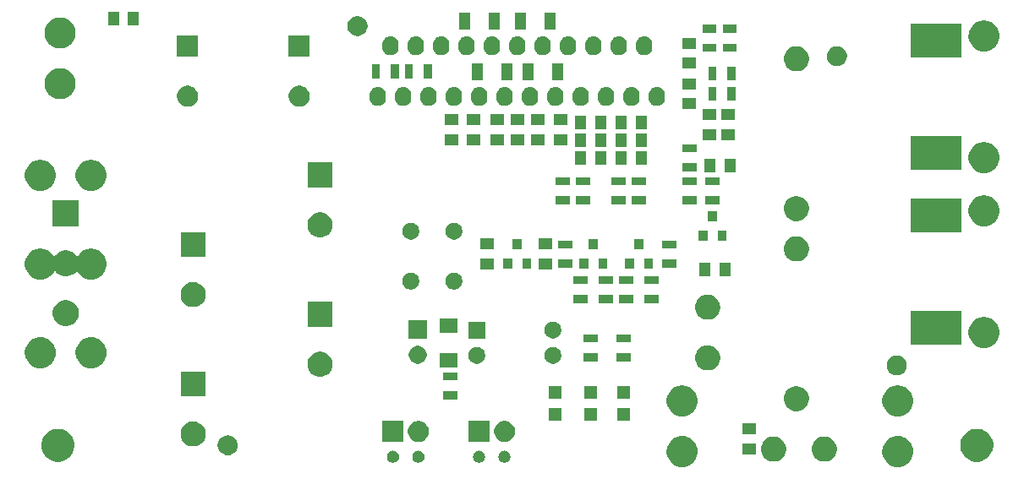
<source format=gbr>
G04 #@! TF.GenerationSoftware,KiCad,Pcbnew,5.1.5+dfsg1-2build2*
G04 #@! TF.CreationDate,2021-11-29T23:12:50+10:30*
G04 #@! TF.ProjectId,tda8954-btl,74646138-3935-4342-9d62-746c2e6b6963,rev?*
G04 #@! TF.SameCoordinates,Original*
G04 #@! TF.FileFunction,Soldermask,Top*
G04 #@! TF.FilePolarity,Negative*
%FSLAX46Y46*%
G04 Gerber Fmt 4.6, Leading zero omitted, Abs format (unit mm)*
G04 Created by KiCad (PCBNEW 5.1.5+dfsg1-2build2) date 2021-11-29 23:12:50*
%MOMM*%
%LPD*%
G04 APERTURE LIST*
%ADD10C,0.100000*%
G04 APERTURE END LIST*
D10*
G36*
X113336174Y-68105592D02*
G01*
X113552410Y-68148604D01*
X113834674Y-68265521D01*
X114088705Y-68435259D01*
X114304741Y-68651295D01*
X114474479Y-68905326D01*
X114591396Y-69187590D01*
X114621198Y-69337415D01*
X114648303Y-69473678D01*
X114651000Y-69487240D01*
X114651000Y-69792760D01*
X114591396Y-70092410D01*
X114474479Y-70374674D01*
X114304741Y-70628705D01*
X114088705Y-70844741D01*
X113834674Y-71014479D01*
X113552410Y-71131396D01*
X113402585Y-71161198D01*
X113252761Y-71191000D01*
X112947239Y-71191000D01*
X112797415Y-71161198D01*
X112647590Y-71131396D01*
X112365326Y-71014479D01*
X112111295Y-70844741D01*
X111895259Y-70628705D01*
X111725521Y-70374674D01*
X111608604Y-70092410D01*
X111549000Y-69792760D01*
X111549000Y-69487240D01*
X111551698Y-69473678D01*
X111578802Y-69337415D01*
X111608604Y-69187590D01*
X111725521Y-68905326D01*
X111895259Y-68651295D01*
X112111295Y-68435259D01*
X112365326Y-68265521D01*
X112647590Y-68148604D01*
X112863826Y-68105592D01*
X112947239Y-68089000D01*
X113252761Y-68089000D01*
X113336174Y-68105592D01*
G37*
G36*
X91746174Y-68105592D02*
G01*
X91962410Y-68148604D01*
X92244674Y-68265521D01*
X92498705Y-68435259D01*
X92714741Y-68651295D01*
X92884479Y-68905326D01*
X93001396Y-69187590D01*
X93031198Y-69337415D01*
X93058303Y-69473678D01*
X93061000Y-69487240D01*
X93061000Y-69792760D01*
X93001396Y-70092410D01*
X92884479Y-70374674D01*
X92714741Y-70628705D01*
X92498705Y-70844741D01*
X92244674Y-71014479D01*
X91962410Y-71131396D01*
X91812585Y-71161198D01*
X91662761Y-71191000D01*
X91357239Y-71191000D01*
X91207415Y-71161198D01*
X91057590Y-71131396D01*
X90775326Y-71014479D01*
X90521295Y-70844741D01*
X90305259Y-70628705D01*
X90135521Y-70374674D01*
X90018604Y-70092410D01*
X89959000Y-69792760D01*
X89959000Y-69487240D01*
X89961698Y-69473678D01*
X89988802Y-69337415D01*
X90018604Y-69187590D01*
X90135521Y-68905326D01*
X90305259Y-68651295D01*
X90521295Y-68435259D01*
X90775326Y-68265521D01*
X91057590Y-68148604D01*
X91273826Y-68105592D01*
X91357239Y-68089000D01*
X91662761Y-68089000D01*
X91746174Y-68105592D01*
G37*
G36*
X62690601Y-69562397D02*
G01*
X62729305Y-69570096D01*
X62761340Y-69583365D01*
X62838680Y-69615400D01*
X62937115Y-69681173D01*
X63020827Y-69764885D01*
X63086600Y-69863320D01*
X63131904Y-69972696D01*
X63155000Y-70088805D01*
X63155000Y-70207195D01*
X63131904Y-70323304D01*
X63086600Y-70432680D01*
X63020827Y-70531115D01*
X62937115Y-70614827D01*
X62838680Y-70680600D01*
X62761340Y-70712635D01*
X62729305Y-70725904D01*
X62690601Y-70733603D01*
X62613195Y-70749000D01*
X62494805Y-70749000D01*
X62417399Y-70733603D01*
X62378695Y-70725904D01*
X62346660Y-70712635D01*
X62269320Y-70680600D01*
X62170885Y-70614827D01*
X62087173Y-70531115D01*
X62021400Y-70432680D01*
X61976096Y-70323304D01*
X61953000Y-70207195D01*
X61953000Y-70088805D01*
X61976096Y-69972696D01*
X62021400Y-69863320D01*
X62087173Y-69764885D01*
X62170885Y-69681173D01*
X62269320Y-69615400D01*
X62346660Y-69583365D01*
X62378695Y-69570096D01*
X62417399Y-69562397D01*
X62494805Y-69547000D01*
X62613195Y-69547000D01*
X62690601Y-69562397D01*
G37*
G36*
X73850601Y-69562397D02*
G01*
X73889305Y-69570096D01*
X73921340Y-69583365D01*
X73998680Y-69615400D01*
X74097115Y-69681173D01*
X74180827Y-69764885D01*
X74246600Y-69863320D01*
X74291904Y-69972696D01*
X74315000Y-70088805D01*
X74315000Y-70207195D01*
X74291904Y-70323304D01*
X74246600Y-70432680D01*
X74180827Y-70531115D01*
X74097115Y-70614827D01*
X73998680Y-70680600D01*
X73921340Y-70712635D01*
X73889305Y-70725904D01*
X73850601Y-70733603D01*
X73773195Y-70749000D01*
X73654805Y-70749000D01*
X73577399Y-70733603D01*
X73538695Y-70725904D01*
X73506660Y-70712635D01*
X73429320Y-70680600D01*
X73330885Y-70614827D01*
X73247173Y-70531115D01*
X73181400Y-70432680D01*
X73136096Y-70323304D01*
X73113000Y-70207195D01*
X73113000Y-70088805D01*
X73136096Y-69972696D01*
X73181400Y-69863320D01*
X73247173Y-69764885D01*
X73330885Y-69681173D01*
X73429320Y-69615400D01*
X73506660Y-69583365D01*
X73538695Y-69570096D01*
X73577399Y-69562397D01*
X73654805Y-69547000D01*
X73773195Y-69547000D01*
X73850601Y-69562397D01*
G37*
G36*
X71310601Y-69562397D02*
G01*
X71349305Y-69570096D01*
X71381340Y-69583365D01*
X71458680Y-69615400D01*
X71557115Y-69681173D01*
X71640827Y-69764885D01*
X71706600Y-69863320D01*
X71751904Y-69972696D01*
X71775000Y-70088805D01*
X71775000Y-70207195D01*
X71751904Y-70323304D01*
X71706600Y-70432680D01*
X71640827Y-70531115D01*
X71557115Y-70614827D01*
X71458680Y-70680600D01*
X71381340Y-70712635D01*
X71349305Y-70725904D01*
X71310601Y-70733603D01*
X71233195Y-70749000D01*
X71114805Y-70749000D01*
X71037399Y-70733603D01*
X70998695Y-70725904D01*
X70966660Y-70712635D01*
X70889320Y-70680600D01*
X70790885Y-70614827D01*
X70707173Y-70531115D01*
X70641400Y-70432680D01*
X70596096Y-70323304D01*
X70573000Y-70207195D01*
X70573000Y-70088805D01*
X70596096Y-69972696D01*
X70641400Y-69863320D01*
X70707173Y-69764885D01*
X70790885Y-69681173D01*
X70889320Y-69615400D01*
X70966660Y-69583365D01*
X70998695Y-69570096D01*
X71037399Y-69562397D01*
X71114805Y-69547000D01*
X71233195Y-69547000D01*
X71310601Y-69562397D01*
G37*
G36*
X65230601Y-69562397D02*
G01*
X65269305Y-69570096D01*
X65301340Y-69583365D01*
X65378680Y-69615400D01*
X65477115Y-69681173D01*
X65560827Y-69764885D01*
X65626600Y-69863320D01*
X65671904Y-69972696D01*
X65695000Y-70088805D01*
X65695000Y-70207195D01*
X65671904Y-70323304D01*
X65626600Y-70432680D01*
X65560827Y-70531115D01*
X65477115Y-70614827D01*
X65378680Y-70680600D01*
X65301340Y-70712635D01*
X65269305Y-70725904D01*
X65230601Y-70733603D01*
X65153195Y-70749000D01*
X65034805Y-70749000D01*
X64957399Y-70733603D01*
X64918695Y-70725904D01*
X64886660Y-70712635D01*
X64809320Y-70680600D01*
X64710885Y-70614827D01*
X64627173Y-70531115D01*
X64561400Y-70432680D01*
X64516096Y-70323304D01*
X64493000Y-70207195D01*
X64493000Y-70088805D01*
X64516096Y-69972696D01*
X64561400Y-69863320D01*
X64627173Y-69764885D01*
X64710885Y-69681173D01*
X64809320Y-69615400D01*
X64886660Y-69583365D01*
X64918695Y-69570096D01*
X64957399Y-69562397D01*
X65034805Y-69547000D01*
X65153195Y-69547000D01*
X65230601Y-69562397D01*
G37*
G36*
X29375256Y-67391298D02*
G01*
X29481579Y-67412447D01*
X29782042Y-67536903D01*
X30052451Y-67717585D01*
X30282415Y-67947549D01*
X30463097Y-68217958D01*
X30587553Y-68518421D01*
X30589125Y-68526324D01*
X30651000Y-68837389D01*
X30651000Y-69162611D01*
X30608702Y-69375256D01*
X30587553Y-69481579D01*
X30463097Y-69782042D01*
X30282415Y-70052451D01*
X30052451Y-70282415D01*
X29782042Y-70463097D01*
X29481579Y-70587553D01*
X29474681Y-70588925D01*
X29162611Y-70651000D01*
X28837389Y-70651000D01*
X28525319Y-70588925D01*
X28518421Y-70587553D01*
X28217958Y-70463097D01*
X27947549Y-70282415D01*
X27717585Y-70052451D01*
X27536903Y-69782042D01*
X27412447Y-69481579D01*
X27391298Y-69375256D01*
X27349000Y-69162611D01*
X27349000Y-68837389D01*
X27410875Y-68526324D01*
X27412447Y-68518421D01*
X27536903Y-68217958D01*
X27717585Y-67947549D01*
X27947549Y-67717585D01*
X28217958Y-67536903D01*
X28518421Y-67412447D01*
X28624744Y-67391298D01*
X28837389Y-67349000D01*
X29162611Y-67349000D01*
X29375256Y-67391298D01*
G37*
G36*
X121375256Y-67391298D02*
G01*
X121481579Y-67412447D01*
X121782042Y-67536903D01*
X122052451Y-67717585D01*
X122282415Y-67947549D01*
X122463097Y-68217958D01*
X122587553Y-68518421D01*
X122589125Y-68526324D01*
X122651000Y-68837389D01*
X122651000Y-69162611D01*
X122608702Y-69375256D01*
X122587553Y-69481579D01*
X122463097Y-69782042D01*
X122282415Y-70052451D01*
X122052451Y-70282415D01*
X121782042Y-70463097D01*
X121481579Y-70587553D01*
X121474681Y-70588925D01*
X121162611Y-70651000D01*
X120837389Y-70651000D01*
X120525319Y-70588925D01*
X120518421Y-70587553D01*
X120217958Y-70463097D01*
X119947549Y-70282415D01*
X119717585Y-70052451D01*
X119536903Y-69782042D01*
X119412447Y-69481579D01*
X119391298Y-69375256D01*
X119349000Y-69162611D01*
X119349000Y-68837389D01*
X119410875Y-68526324D01*
X119412447Y-68518421D01*
X119536903Y-68217958D01*
X119717585Y-67947549D01*
X119947549Y-67717585D01*
X120217958Y-67536903D01*
X120518421Y-67412447D01*
X120624744Y-67391298D01*
X120837389Y-67349000D01*
X121162611Y-67349000D01*
X121375256Y-67391298D01*
G37*
G36*
X101018903Y-68183075D02*
G01*
X101246571Y-68277378D01*
X101451466Y-68414285D01*
X101625715Y-68588534D01*
X101705748Y-68708312D01*
X101762623Y-68793431D01*
X101856925Y-69021097D01*
X101905000Y-69262786D01*
X101905000Y-69509214D01*
X101856925Y-69750903D01*
X101810361Y-69863320D01*
X101762622Y-69978571D01*
X101625715Y-70183466D01*
X101451466Y-70357715D01*
X101246571Y-70494622D01*
X101246570Y-70494623D01*
X101246569Y-70494623D01*
X101018903Y-70588925D01*
X100777214Y-70637000D01*
X100530786Y-70637000D01*
X100289097Y-70588925D01*
X100061431Y-70494623D01*
X100061430Y-70494623D01*
X100061429Y-70494622D01*
X99856534Y-70357715D01*
X99682285Y-70183466D01*
X99545378Y-69978571D01*
X99497640Y-69863320D01*
X99451075Y-69750903D01*
X99403000Y-69509214D01*
X99403000Y-69262786D01*
X99451075Y-69021097D01*
X99545377Y-68793431D01*
X99602252Y-68708312D01*
X99682285Y-68588534D01*
X99856534Y-68414285D01*
X100061429Y-68277378D01*
X100289097Y-68183075D01*
X100530786Y-68135000D01*
X100777214Y-68135000D01*
X101018903Y-68183075D01*
G37*
G36*
X106098903Y-68183075D02*
G01*
X106326571Y-68277378D01*
X106531466Y-68414285D01*
X106705715Y-68588534D01*
X106785748Y-68708312D01*
X106842623Y-68793431D01*
X106936925Y-69021097D01*
X106985000Y-69262786D01*
X106985000Y-69509214D01*
X106936925Y-69750903D01*
X106890361Y-69863320D01*
X106842622Y-69978571D01*
X106705715Y-70183466D01*
X106531466Y-70357715D01*
X106326571Y-70494622D01*
X106326570Y-70494623D01*
X106326569Y-70494623D01*
X106098903Y-70588925D01*
X105857214Y-70637000D01*
X105610786Y-70637000D01*
X105369097Y-70588925D01*
X105141431Y-70494623D01*
X105141430Y-70494623D01*
X105141429Y-70494622D01*
X104936534Y-70357715D01*
X104762285Y-70183466D01*
X104625378Y-69978571D01*
X104577640Y-69863320D01*
X104531075Y-69750903D01*
X104483000Y-69509214D01*
X104483000Y-69262786D01*
X104531075Y-69021097D01*
X104625377Y-68793431D01*
X104682252Y-68708312D01*
X104762285Y-68588534D01*
X104936534Y-68414285D01*
X105141429Y-68277378D01*
X105369097Y-68183075D01*
X105610786Y-68135000D01*
X105857214Y-68135000D01*
X106098903Y-68183075D01*
G37*
G36*
X46227290Y-68025619D02*
G01*
X46291689Y-68038429D01*
X46473678Y-68113811D01*
X46637463Y-68223249D01*
X46776751Y-68362537D01*
X46886189Y-68526322D01*
X46942581Y-68662466D01*
X46961571Y-68708312D01*
X47000000Y-68901507D01*
X47000000Y-69098493D01*
X46987246Y-69162609D01*
X46961571Y-69291689D01*
X46886189Y-69473678D01*
X46776751Y-69637463D01*
X46637463Y-69776751D01*
X46473678Y-69886189D01*
X46291689Y-69961571D01*
X46235764Y-69972695D01*
X46098493Y-70000000D01*
X45901507Y-70000000D01*
X45764236Y-69972695D01*
X45708311Y-69961571D01*
X45526322Y-69886189D01*
X45362537Y-69776751D01*
X45223249Y-69637463D01*
X45113811Y-69473678D01*
X45038429Y-69291689D01*
X45012754Y-69162609D01*
X45000000Y-69098493D01*
X45000000Y-68901507D01*
X45038429Y-68708312D01*
X45057419Y-68662466D01*
X45113811Y-68526322D01*
X45223249Y-68362537D01*
X45362537Y-68223249D01*
X45526322Y-68113811D01*
X45708311Y-68038429D01*
X45772710Y-68025619D01*
X45901507Y-68000000D01*
X46098493Y-68000000D01*
X46227290Y-68025619D01*
G37*
G36*
X98917000Y-69921000D02*
G01*
X97565000Y-69921000D01*
X97565000Y-68819000D01*
X98917000Y-68819000D01*
X98917000Y-69921000D01*
G37*
G36*
X42909903Y-66662075D02*
G01*
X43137571Y-66756378D01*
X43342466Y-66893285D01*
X43516715Y-67067534D01*
X43653622Y-67272429D01*
X43653623Y-67272431D01*
X43747925Y-67500097D01*
X43796000Y-67741786D01*
X43796000Y-67988214D01*
X43747925Y-68229903D01*
X43667541Y-68423969D01*
X43653622Y-68457571D01*
X43516715Y-68662466D01*
X43342466Y-68836715D01*
X43137571Y-68973622D01*
X43137570Y-68973623D01*
X43137569Y-68973623D01*
X42909903Y-69067925D01*
X42668214Y-69116000D01*
X42421786Y-69116000D01*
X42180097Y-69067925D01*
X41952431Y-68973623D01*
X41952430Y-68973623D01*
X41952429Y-68973622D01*
X41747534Y-68836715D01*
X41573285Y-68662466D01*
X41436378Y-68457571D01*
X41422460Y-68423969D01*
X41342075Y-68229903D01*
X41294000Y-67988214D01*
X41294000Y-67741786D01*
X41342075Y-67500097D01*
X41436377Y-67272431D01*
X41436378Y-67272429D01*
X41573285Y-67067534D01*
X41747534Y-66893285D01*
X41952429Y-66756378D01*
X42180097Y-66662075D01*
X42421786Y-66614000D01*
X42668214Y-66614000D01*
X42909903Y-66662075D01*
G37*
G36*
X63604490Y-68658490D02*
G01*
X61503510Y-68658490D01*
X61503510Y-66557510D01*
X63604490Y-66557510D01*
X63604490Y-68658490D01*
G37*
G36*
X65400416Y-66597879D02*
G01*
X65555398Y-66662075D01*
X65591594Y-66677068D01*
X65763648Y-66792031D01*
X65909969Y-66938352D01*
X66024933Y-67110408D01*
X66104121Y-67301584D01*
X66144490Y-67504534D01*
X66144490Y-67711466D01*
X66104121Y-67914416D01*
X66024933Y-68105592D01*
X66024932Y-68105594D01*
X65909969Y-68277648D01*
X65763648Y-68423969D01*
X65591594Y-68538932D01*
X65591593Y-68538933D01*
X65591592Y-68538933D01*
X65400416Y-68618121D01*
X65197466Y-68658490D01*
X64990534Y-68658490D01*
X64787584Y-68618121D01*
X64596408Y-68538933D01*
X64596407Y-68538933D01*
X64596406Y-68538932D01*
X64424352Y-68423969D01*
X64278031Y-68277648D01*
X64163068Y-68105594D01*
X64163067Y-68105592D01*
X64083879Y-67914416D01*
X64043510Y-67711466D01*
X64043510Y-67504534D01*
X64083879Y-67301584D01*
X64163067Y-67110408D01*
X64278031Y-66938352D01*
X64424352Y-66792031D01*
X64596406Y-66677068D01*
X64632602Y-66662075D01*
X64787584Y-66597879D01*
X64990534Y-66557510D01*
X65197466Y-66557510D01*
X65400416Y-66597879D01*
G37*
G36*
X74020416Y-66597879D02*
G01*
X74175398Y-66662075D01*
X74211594Y-66677068D01*
X74383648Y-66792031D01*
X74529969Y-66938352D01*
X74644933Y-67110408D01*
X74724121Y-67301584D01*
X74764490Y-67504534D01*
X74764490Y-67711466D01*
X74724121Y-67914416D01*
X74644933Y-68105592D01*
X74644932Y-68105594D01*
X74529969Y-68277648D01*
X74383648Y-68423969D01*
X74211594Y-68538932D01*
X74211593Y-68538933D01*
X74211592Y-68538933D01*
X74020416Y-68618121D01*
X73817466Y-68658490D01*
X73610534Y-68658490D01*
X73407584Y-68618121D01*
X73216408Y-68538933D01*
X73216407Y-68538933D01*
X73216406Y-68538932D01*
X73044352Y-68423969D01*
X72898031Y-68277648D01*
X72783068Y-68105594D01*
X72783067Y-68105592D01*
X72703879Y-67914416D01*
X72663510Y-67711466D01*
X72663510Y-67504534D01*
X72703879Y-67301584D01*
X72783067Y-67110408D01*
X72898031Y-66938352D01*
X73044352Y-66792031D01*
X73216406Y-66677068D01*
X73252602Y-66662075D01*
X73407584Y-66597879D01*
X73610534Y-66557510D01*
X73817466Y-66557510D01*
X74020416Y-66597879D01*
G37*
G36*
X72224490Y-68658490D02*
G01*
X70123510Y-68658490D01*
X70123510Y-66557510D01*
X72224490Y-66557510D01*
X72224490Y-68658490D01*
G37*
G36*
X98917000Y-67921000D02*
G01*
X97565000Y-67921000D01*
X97565000Y-66819000D01*
X98917000Y-66819000D01*
X98917000Y-67921000D01*
G37*
G36*
X86319000Y-66565000D02*
G01*
X85017000Y-66565000D01*
X85017000Y-65263000D01*
X86319000Y-65263000D01*
X86319000Y-66565000D01*
G37*
G36*
X83017000Y-66565000D02*
G01*
X81715000Y-66565000D01*
X81715000Y-65263000D01*
X83017000Y-65263000D01*
X83017000Y-66565000D01*
G37*
G36*
X79461000Y-66565000D02*
G01*
X78159000Y-66565000D01*
X78159000Y-65263000D01*
X79461000Y-65263000D01*
X79461000Y-66565000D01*
G37*
G36*
X113402585Y-63038802D02*
G01*
X113552410Y-63068604D01*
X113834674Y-63185521D01*
X114088705Y-63355259D01*
X114304741Y-63571295D01*
X114474479Y-63825326D01*
X114591396Y-64107590D01*
X114651000Y-64407240D01*
X114651000Y-64712760D01*
X114591396Y-65012410D01*
X114474479Y-65294674D01*
X114304741Y-65548705D01*
X114088705Y-65764741D01*
X113834674Y-65934479D01*
X113552410Y-66051396D01*
X113402585Y-66081198D01*
X113252761Y-66111000D01*
X112947239Y-66111000D01*
X112797415Y-66081198D01*
X112647590Y-66051396D01*
X112365326Y-65934479D01*
X112111295Y-65764741D01*
X111895259Y-65548705D01*
X111725521Y-65294674D01*
X111608604Y-65012410D01*
X111549000Y-64712760D01*
X111549000Y-64407240D01*
X111608604Y-64107590D01*
X111725521Y-63825326D01*
X111895259Y-63571295D01*
X112111295Y-63355259D01*
X112365326Y-63185521D01*
X112647590Y-63068604D01*
X112797415Y-63038802D01*
X112947239Y-63009000D01*
X113252761Y-63009000D01*
X113402585Y-63038802D01*
G37*
G36*
X91812585Y-63038802D02*
G01*
X91962410Y-63068604D01*
X92244674Y-63185521D01*
X92498705Y-63355259D01*
X92714741Y-63571295D01*
X92884479Y-63825326D01*
X93001396Y-64107590D01*
X93061000Y-64407240D01*
X93061000Y-64712760D01*
X93001396Y-65012410D01*
X92884479Y-65294674D01*
X92714741Y-65548705D01*
X92498705Y-65764741D01*
X92244674Y-65934479D01*
X91962410Y-66051396D01*
X91812585Y-66081198D01*
X91662761Y-66111000D01*
X91357239Y-66111000D01*
X91207415Y-66081198D01*
X91057590Y-66051396D01*
X90775326Y-65934479D01*
X90521295Y-65764741D01*
X90305259Y-65548705D01*
X90135521Y-65294674D01*
X90018604Y-65012410D01*
X89959000Y-64712760D01*
X89959000Y-64407240D01*
X90018604Y-64107590D01*
X90135521Y-63825326D01*
X90305259Y-63571295D01*
X90521295Y-63355259D01*
X90775326Y-63185521D01*
X91057590Y-63068604D01*
X91207415Y-63038802D01*
X91357239Y-63009000D01*
X91662761Y-63009000D01*
X91812585Y-63038802D01*
G37*
G36*
X103304903Y-63117075D02*
G01*
X103532571Y-63211378D01*
X103737466Y-63348285D01*
X103911715Y-63522534D01*
X104048622Y-63727429D01*
X104142925Y-63955097D01*
X104191000Y-64196787D01*
X104191000Y-64443213D01*
X104142925Y-64684903D01*
X104048622Y-64912571D01*
X103911715Y-65117466D01*
X103737466Y-65291715D01*
X103532571Y-65428622D01*
X103532570Y-65428623D01*
X103532569Y-65428623D01*
X103304903Y-65522925D01*
X103063214Y-65571000D01*
X102816786Y-65571000D01*
X102575097Y-65522925D01*
X102347431Y-65428623D01*
X102347430Y-65428623D01*
X102347429Y-65428622D01*
X102142534Y-65291715D01*
X101968285Y-65117466D01*
X101831378Y-64912571D01*
X101737075Y-64684903D01*
X101689000Y-64443213D01*
X101689000Y-64196787D01*
X101737075Y-63955097D01*
X101831378Y-63727429D01*
X101968285Y-63522534D01*
X102142534Y-63348285D01*
X102347429Y-63211378D01*
X102575097Y-63117075D01*
X102816786Y-63069000D01*
X103063214Y-63069000D01*
X103304903Y-63117075D01*
G37*
G36*
X68970000Y-64387000D02*
G01*
X67568000Y-64387000D01*
X67568000Y-63585000D01*
X68970000Y-63585000D01*
X68970000Y-64387000D01*
G37*
G36*
X79461000Y-64365000D02*
G01*
X78159000Y-64365000D01*
X78159000Y-63063000D01*
X79461000Y-63063000D01*
X79461000Y-64365000D01*
G37*
G36*
X86319000Y-64365000D02*
G01*
X85017000Y-64365000D01*
X85017000Y-63063000D01*
X86319000Y-63063000D01*
X86319000Y-64365000D01*
G37*
G36*
X83017000Y-64365000D02*
G01*
X81715000Y-64365000D01*
X81715000Y-63063000D01*
X83017000Y-63063000D01*
X83017000Y-64365000D01*
G37*
G36*
X43796000Y-64116000D02*
G01*
X41294000Y-64116000D01*
X41294000Y-61614000D01*
X43796000Y-61614000D01*
X43796000Y-64116000D01*
G37*
G36*
X68970000Y-62487000D02*
G01*
X67568000Y-62487000D01*
X67568000Y-61685000D01*
X68970000Y-61685000D01*
X68970000Y-62487000D01*
G37*
G36*
X55609903Y-59677075D02*
G01*
X55761268Y-59739772D01*
X55837571Y-59771378D01*
X56042466Y-59908285D01*
X56216715Y-60082534D01*
X56299755Y-60206812D01*
X56353623Y-60287431D01*
X56447925Y-60515097D01*
X56496000Y-60756786D01*
X56496000Y-61003214D01*
X56447925Y-61244903D01*
X56404135Y-61350623D01*
X56353622Y-61472571D01*
X56216715Y-61677466D01*
X56042466Y-61851715D01*
X55837571Y-61988622D01*
X55837570Y-61988623D01*
X55837569Y-61988623D01*
X55609903Y-62082925D01*
X55368214Y-62131000D01*
X55121786Y-62131000D01*
X54880097Y-62082925D01*
X54652431Y-61988623D01*
X54652430Y-61988623D01*
X54652429Y-61988622D01*
X54447534Y-61851715D01*
X54273285Y-61677466D01*
X54136378Y-61472571D01*
X54085866Y-61350623D01*
X54042075Y-61244903D01*
X53994000Y-61003214D01*
X53994000Y-60756786D01*
X54042075Y-60515097D01*
X54136377Y-60287431D01*
X54190245Y-60206812D01*
X54273285Y-60082534D01*
X54447534Y-59908285D01*
X54652429Y-59771378D01*
X54728733Y-59739772D01*
X54880097Y-59677075D01*
X55121786Y-59629000D01*
X55368214Y-59629000D01*
X55609903Y-59677075D01*
G37*
G36*
X113227290Y-60025619D02*
G01*
X113291689Y-60038429D01*
X113473678Y-60113811D01*
X113637463Y-60223249D01*
X113776751Y-60362537D01*
X113886189Y-60526322D01*
X113961571Y-60708311D01*
X113968363Y-60742456D01*
X114000000Y-60901507D01*
X114000000Y-61098493D01*
X113980406Y-61197000D01*
X113961571Y-61291689D01*
X113886189Y-61473678D01*
X113776751Y-61637463D01*
X113637463Y-61776751D01*
X113473678Y-61886189D01*
X113291689Y-61961571D01*
X113227290Y-61974381D01*
X113098493Y-62000000D01*
X112901507Y-62000000D01*
X112772710Y-61974381D01*
X112708311Y-61961571D01*
X112526322Y-61886189D01*
X112362537Y-61776751D01*
X112223249Y-61637463D01*
X112113811Y-61473678D01*
X112038429Y-61291689D01*
X112019594Y-61197000D01*
X112000000Y-61098493D01*
X112000000Y-60901507D01*
X112031637Y-60742456D01*
X112038429Y-60708311D01*
X112113811Y-60526322D01*
X112223249Y-60362537D01*
X112362537Y-60223249D01*
X112526322Y-60113811D01*
X112708311Y-60038429D01*
X112772710Y-60025619D01*
X112901507Y-60000000D01*
X113098493Y-60000000D01*
X113227290Y-60025619D01*
G37*
G36*
X94414903Y-59039075D02*
G01*
X94505205Y-59076479D01*
X94642571Y-59133378D01*
X94847466Y-59270285D01*
X95021715Y-59444534D01*
X95158622Y-59649429D01*
X95158623Y-59649431D01*
X95252925Y-59877097D01*
X95301000Y-60118786D01*
X95301000Y-60365214D01*
X95252925Y-60606903D01*
X95170334Y-60806297D01*
X95158622Y-60834571D01*
X95021715Y-61039466D01*
X94847466Y-61213715D01*
X94642571Y-61350622D01*
X94642570Y-61350623D01*
X94642569Y-61350623D01*
X94414903Y-61444925D01*
X94173214Y-61493000D01*
X93926786Y-61493000D01*
X93685097Y-61444925D01*
X93457431Y-61350623D01*
X93457430Y-61350623D01*
X93457429Y-61350622D01*
X93252534Y-61213715D01*
X93078285Y-61039466D01*
X92941378Y-60834571D01*
X92929667Y-60806297D01*
X92847075Y-60606903D01*
X92799000Y-60365214D01*
X92799000Y-60118786D01*
X92847075Y-59877097D01*
X92941377Y-59649431D01*
X92941378Y-59649429D01*
X93078285Y-59444534D01*
X93252534Y-59270285D01*
X93457429Y-59133378D01*
X93594796Y-59076479D01*
X93685097Y-59039075D01*
X93926786Y-58991000D01*
X94173214Y-58991000D01*
X94414903Y-59039075D01*
G37*
G36*
X32577019Y-58202147D02*
G01*
X32780410Y-58242604D01*
X33062674Y-58359521D01*
X33316705Y-58529259D01*
X33532741Y-58745295D01*
X33702479Y-58999326D01*
X33819396Y-59281590D01*
X33836911Y-59369646D01*
X33879000Y-59581239D01*
X33879000Y-59886761D01*
X33856475Y-60000000D01*
X33819396Y-60186410D01*
X33702479Y-60468674D01*
X33532741Y-60722705D01*
X33316705Y-60938741D01*
X33062674Y-61108479D01*
X32780410Y-61225396D01*
X32630585Y-61255198D01*
X32480761Y-61285000D01*
X32175239Y-61285000D01*
X32025415Y-61255198D01*
X31875590Y-61225396D01*
X31593326Y-61108479D01*
X31339295Y-60938741D01*
X31123259Y-60722705D01*
X30953521Y-60468674D01*
X30836604Y-60186410D01*
X30799525Y-60000000D01*
X30777000Y-59886761D01*
X30777000Y-59581239D01*
X30819089Y-59369646D01*
X30836604Y-59281590D01*
X30953521Y-58999326D01*
X31123259Y-58745295D01*
X31339295Y-58529259D01*
X31593326Y-58359521D01*
X31875590Y-58242604D01*
X32078981Y-58202147D01*
X32175239Y-58183000D01*
X32480761Y-58183000D01*
X32577019Y-58202147D01*
G37*
G36*
X27497019Y-58202147D02*
G01*
X27700410Y-58242604D01*
X27982674Y-58359521D01*
X28236705Y-58529259D01*
X28452741Y-58745295D01*
X28622479Y-58999326D01*
X28739396Y-59281590D01*
X28756911Y-59369646D01*
X28799000Y-59581239D01*
X28799000Y-59886761D01*
X28776475Y-60000000D01*
X28739396Y-60186410D01*
X28622479Y-60468674D01*
X28452741Y-60722705D01*
X28236705Y-60938741D01*
X27982674Y-61108479D01*
X27700410Y-61225396D01*
X27550585Y-61255198D01*
X27400761Y-61285000D01*
X27095239Y-61285000D01*
X26945415Y-61255198D01*
X26795590Y-61225396D01*
X26513326Y-61108479D01*
X26259295Y-60938741D01*
X26043259Y-60722705D01*
X25873521Y-60468674D01*
X25756604Y-60186410D01*
X25719525Y-60000000D01*
X25697000Y-59886761D01*
X25697000Y-59581239D01*
X25739089Y-59369646D01*
X25756604Y-59281590D01*
X25873521Y-58999326D01*
X26043259Y-58745295D01*
X26259295Y-58529259D01*
X26513326Y-58359521D01*
X26795590Y-58242604D01*
X26998981Y-58202147D01*
X27095239Y-58183000D01*
X27400761Y-58183000D01*
X27497019Y-58202147D01*
G37*
G36*
X69028000Y-61197000D02*
G01*
X67226000Y-61197000D01*
X67226000Y-59795000D01*
X69028000Y-59795000D01*
X69028000Y-61197000D01*
G37*
G36*
X65137512Y-59047927D02*
G01*
X65286812Y-59077624D01*
X65450784Y-59145544D01*
X65598354Y-59244147D01*
X65723853Y-59369646D01*
X65822456Y-59517216D01*
X65890376Y-59681188D01*
X65925000Y-59855259D01*
X65925000Y-60032741D01*
X65890376Y-60206812D01*
X65822456Y-60370784D01*
X65723853Y-60518354D01*
X65598354Y-60643853D01*
X65450784Y-60742456D01*
X65286812Y-60810376D01*
X65142906Y-60839000D01*
X65112742Y-60845000D01*
X64935258Y-60845000D01*
X64905094Y-60839000D01*
X64761188Y-60810376D01*
X64597216Y-60742456D01*
X64449646Y-60643853D01*
X64324147Y-60518354D01*
X64225544Y-60370784D01*
X64157624Y-60206812D01*
X64123000Y-60032741D01*
X64123000Y-59855259D01*
X64157624Y-59681188D01*
X64225544Y-59517216D01*
X64324147Y-59369646D01*
X64449646Y-59244147D01*
X64597216Y-59145544D01*
X64761188Y-59077624D01*
X64910488Y-59047927D01*
X64935258Y-59043000D01*
X65112742Y-59043000D01*
X65137512Y-59047927D01*
G37*
G36*
X78804228Y-59169703D02*
G01*
X78959100Y-59233853D01*
X79098481Y-59326985D01*
X79217015Y-59445519D01*
X79310147Y-59584900D01*
X79374297Y-59739772D01*
X79407000Y-59904184D01*
X79407000Y-60071816D01*
X79374297Y-60236228D01*
X79310147Y-60391100D01*
X79217015Y-60530481D01*
X79098481Y-60649015D01*
X78959100Y-60742147D01*
X78804228Y-60806297D01*
X78639816Y-60839000D01*
X78472184Y-60839000D01*
X78307772Y-60806297D01*
X78152900Y-60742147D01*
X78013519Y-60649015D01*
X77894985Y-60530481D01*
X77801853Y-60391100D01*
X77737703Y-60236228D01*
X77705000Y-60071816D01*
X77705000Y-59904184D01*
X77737703Y-59739772D01*
X77801853Y-59584900D01*
X77894985Y-59445519D01*
X78013519Y-59326985D01*
X78152900Y-59233853D01*
X78307772Y-59169703D01*
X78472184Y-59137000D01*
X78639816Y-59137000D01*
X78804228Y-59169703D01*
G37*
G36*
X71184228Y-59169703D02*
G01*
X71339100Y-59233853D01*
X71478481Y-59326985D01*
X71597015Y-59445519D01*
X71690147Y-59584900D01*
X71754297Y-59739772D01*
X71787000Y-59904184D01*
X71787000Y-60071816D01*
X71754297Y-60236228D01*
X71690147Y-60391100D01*
X71597015Y-60530481D01*
X71478481Y-60649015D01*
X71339100Y-60742147D01*
X71184228Y-60806297D01*
X71019816Y-60839000D01*
X70852184Y-60839000D01*
X70687772Y-60806297D01*
X70532900Y-60742147D01*
X70393519Y-60649015D01*
X70274985Y-60530481D01*
X70181853Y-60391100D01*
X70117703Y-60236228D01*
X70085000Y-60071816D01*
X70085000Y-59904184D01*
X70117703Y-59739772D01*
X70181853Y-59584900D01*
X70274985Y-59445519D01*
X70393519Y-59326985D01*
X70532900Y-59233853D01*
X70687772Y-59169703D01*
X70852184Y-59137000D01*
X71019816Y-59137000D01*
X71184228Y-59169703D01*
G37*
G36*
X83067000Y-60577000D02*
G01*
X81665000Y-60577000D01*
X81665000Y-59775000D01*
X83067000Y-59775000D01*
X83067000Y-60577000D01*
G37*
G36*
X86369000Y-60577000D02*
G01*
X84967000Y-60577000D01*
X84967000Y-59775000D01*
X86369000Y-59775000D01*
X86369000Y-60577000D01*
G37*
G36*
X122038585Y-56180802D02*
G01*
X122188410Y-56210604D01*
X122470674Y-56327521D01*
X122724705Y-56497259D01*
X122940741Y-56713295D01*
X123110479Y-56967326D01*
X123227396Y-57249590D01*
X123287000Y-57549240D01*
X123287000Y-57854760D01*
X123227396Y-58154410D01*
X123110479Y-58436674D01*
X122940741Y-58690705D01*
X122724705Y-58906741D01*
X122470674Y-59076479D01*
X122188410Y-59193396D01*
X122038585Y-59223198D01*
X121888761Y-59253000D01*
X121583239Y-59253000D01*
X121433415Y-59223198D01*
X121283590Y-59193396D01*
X121001326Y-59076479D01*
X120747295Y-58906741D01*
X120531259Y-58690705D01*
X120361521Y-58436674D01*
X120244604Y-58154410D01*
X120185000Y-57854760D01*
X120185000Y-57549240D01*
X120244604Y-57249590D01*
X120361521Y-56967326D01*
X120531259Y-56713295D01*
X120747295Y-56497259D01*
X121001326Y-56327521D01*
X121283590Y-56210604D01*
X121433415Y-56180802D01*
X121583239Y-56151000D01*
X121888761Y-56151000D01*
X122038585Y-56180802D01*
G37*
G36*
X119461000Y-58907000D02*
G01*
X114359000Y-58907000D01*
X114359000Y-55555000D01*
X119461000Y-55555000D01*
X119461000Y-58907000D01*
G37*
G36*
X86369000Y-58677000D02*
G01*
X84967000Y-58677000D01*
X84967000Y-57875000D01*
X86369000Y-57875000D01*
X86369000Y-58677000D01*
G37*
G36*
X83067000Y-58677000D02*
G01*
X81665000Y-58677000D01*
X81665000Y-57875000D01*
X83067000Y-57875000D01*
X83067000Y-58677000D01*
G37*
G36*
X65925000Y-58305000D02*
G01*
X64123000Y-58305000D01*
X64123000Y-56503000D01*
X65925000Y-56503000D01*
X65925000Y-58305000D01*
G37*
G36*
X78804228Y-56629703D02*
G01*
X78959100Y-56693853D01*
X79098481Y-56786985D01*
X79217015Y-56905519D01*
X79310147Y-57044900D01*
X79374297Y-57199772D01*
X79407000Y-57364184D01*
X79407000Y-57531816D01*
X79374297Y-57696228D01*
X79310147Y-57851100D01*
X79217015Y-57990481D01*
X79098481Y-58109015D01*
X78959100Y-58202147D01*
X78804228Y-58266297D01*
X78639816Y-58299000D01*
X78472184Y-58299000D01*
X78307772Y-58266297D01*
X78152900Y-58202147D01*
X78013519Y-58109015D01*
X77894985Y-57990481D01*
X77801853Y-57851100D01*
X77737703Y-57696228D01*
X77705000Y-57531816D01*
X77705000Y-57364184D01*
X77737703Y-57199772D01*
X77801853Y-57044900D01*
X77894985Y-56905519D01*
X78013519Y-56786985D01*
X78152900Y-56693853D01*
X78307772Y-56629703D01*
X78472184Y-56597000D01*
X78639816Y-56597000D01*
X78804228Y-56629703D01*
G37*
G36*
X71787000Y-58299000D02*
G01*
X70085000Y-58299000D01*
X70085000Y-56597000D01*
X71787000Y-56597000D01*
X71787000Y-58299000D01*
G37*
G36*
X69028000Y-57697000D02*
G01*
X67226000Y-57697000D01*
X67226000Y-56295000D01*
X69028000Y-56295000D01*
X69028000Y-57697000D01*
G37*
G36*
X56496000Y-57131000D02*
G01*
X53994000Y-57131000D01*
X53994000Y-54629000D01*
X56496000Y-54629000D01*
X56496000Y-57131000D01*
G37*
G36*
X30167487Y-54512996D02*
G01*
X30404253Y-54611068D01*
X30404255Y-54611069D01*
X30526071Y-54692464D01*
X30617339Y-54753447D01*
X30798553Y-54934661D01*
X30940932Y-55147747D01*
X31039004Y-55384513D01*
X31089000Y-55635861D01*
X31089000Y-55892139D01*
X31039004Y-56143487D01*
X30986342Y-56270623D01*
X30940931Y-56380255D01*
X30798553Y-56593339D01*
X30617339Y-56774553D01*
X30404255Y-56916931D01*
X30404254Y-56916932D01*
X30404253Y-56916932D01*
X30167487Y-57015004D01*
X29916139Y-57065000D01*
X29659861Y-57065000D01*
X29408513Y-57015004D01*
X29171747Y-56916932D01*
X29171746Y-56916932D01*
X29171745Y-56916931D01*
X28958661Y-56774553D01*
X28777447Y-56593339D01*
X28635069Y-56380255D01*
X28589658Y-56270623D01*
X28536996Y-56143487D01*
X28487000Y-55892139D01*
X28487000Y-55635861D01*
X28536996Y-55384513D01*
X28635068Y-55147747D01*
X28777447Y-54934661D01*
X28958661Y-54753447D01*
X29049929Y-54692464D01*
X29171745Y-54611069D01*
X29171747Y-54611068D01*
X29408513Y-54512996D01*
X29659861Y-54463000D01*
X29916139Y-54463000D01*
X30167487Y-54512996D01*
G37*
G36*
X94414903Y-53959075D02*
G01*
X94557678Y-54018214D01*
X94642571Y-54053378D01*
X94847466Y-54190285D01*
X95021715Y-54364534D01*
X95120915Y-54512997D01*
X95158623Y-54569431D01*
X95252925Y-54797097D01*
X95294006Y-55003623D01*
X95301000Y-55038787D01*
X95301000Y-55285213D01*
X95252925Y-55526903D01*
X95158622Y-55754571D01*
X95021715Y-55959466D01*
X94847466Y-56133715D01*
X94642571Y-56270622D01*
X94642570Y-56270623D01*
X94642569Y-56270623D01*
X94414903Y-56364925D01*
X94173214Y-56413000D01*
X93926786Y-56413000D01*
X93685097Y-56364925D01*
X93457431Y-56270623D01*
X93457430Y-56270623D01*
X93457429Y-56270622D01*
X93252534Y-56133715D01*
X93078285Y-55959466D01*
X92941378Y-55754571D01*
X92847075Y-55526903D01*
X92799000Y-55285213D01*
X92799000Y-55038787D01*
X92805995Y-55003623D01*
X92847075Y-54797097D01*
X92941377Y-54569431D01*
X92979085Y-54512997D01*
X93078285Y-54364534D01*
X93252534Y-54190285D01*
X93457429Y-54053378D01*
X93542323Y-54018214D01*
X93685097Y-53959075D01*
X93926786Y-53911000D01*
X94173214Y-53911000D01*
X94414903Y-53959075D01*
G37*
G36*
X42909903Y-52692075D02*
G01*
X43137571Y-52786378D01*
X43342466Y-52923285D01*
X43516715Y-53097534D01*
X43516716Y-53097536D01*
X43653623Y-53302431D01*
X43747925Y-53530097D01*
X43796000Y-53771786D01*
X43796000Y-54018214D01*
X43789005Y-54053378D01*
X43747925Y-54259903D01*
X43653622Y-54487571D01*
X43516715Y-54692466D01*
X43342466Y-54866715D01*
X43137571Y-55003622D01*
X43137570Y-55003623D01*
X43137569Y-55003623D01*
X42909903Y-55097925D01*
X42668214Y-55146000D01*
X42421786Y-55146000D01*
X42180097Y-55097925D01*
X41952431Y-55003623D01*
X41952430Y-55003623D01*
X41952429Y-55003622D01*
X41747534Y-54866715D01*
X41573285Y-54692466D01*
X41436378Y-54487571D01*
X41342075Y-54259903D01*
X41300995Y-54053378D01*
X41294000Y-54018214D01*
X41294000Y-53771786D01*
X41342075Y-53530097D01*
X41436377Y-53302431D01*
X41573284Y-53097536D01*
X41573285Y-53097534D01*
X41747534Y-52923285D01*
X41952429Y-52786378D01*
X42180097Y-52692075D01*
X42421786Y-52644000D01*
X42668214Y-52644000D01*
X42909903Y-52692075D01*
G37*
G36*
X82051000Y-54735000D02*
G01*
X80649000Y-54735000D01*
X80649000Y-53933000D01*
X82051000Y-53933000D01*
X82051000Y-54735000D01*
G37*
G36*
X89163000Y-54735000D02*
G01*
X87761000Y-54735000D01*
X87761000Y-53933000D01*
X89163000Y-53933000D01*
X89163000Y-54735000D01*
G37*
G36*
X86623000Y-54735000D02*
G01*
X85221000Y-54735000D01*
X85221000Y-53933000D01*
X86623000Y-53933000D01*
X86623000Y-54735000D01*
G37*
G36*
X84591000Y-54735000D02*
G01*
X83189000Y-54735000D01*
X83189000Y-53933000D01*
X84591000Y-53933000D01*
X84591000Y-54735000D01*
G37*
G36*
X64580228Y-51723703D02*
G01*
X64735100Y-51787853D01*
X64874481Y-51880985D01*
X64993015Y-51999519D01*
X65086147Y-52138900D01*
X65150297Y-52293772D01*
X65183000Y-52458184D01*
X65183000Y-52625816D01*
X65150297Y-52790228D01*
X65086147Y-52945100D01*
X64993015Y-53084481D01*
X64874481Y-53203015D01*
X64735100Y-53296147D01*
X64580228Y-53360297D01*
X64415816Y-53393000D01*
X64248184Y-53393000D01*
X64083772Y-53360297D01*
X63928900Y-53296147D01*
X63789519Y-53203015D01*
X63670985Y-53084481D01*
X63577853Y-52945100D01*
X63513703Y-52790228D01*
X63481000Y-52625816D01*
X63481000Y-52458184D01*
X63513703Y-52293772D01*
X63577853Y-52138900D01*
X63670985Y-51999519D01*
X63789519Y-51880985D01*
X63928900Y-51787853D01*
X64083772Y-51723703D01*
X64248184Y-51691000D01*
X64415816Y-51691000D01*
X64580228Y-51723703D01*
G37*
G36*
X68898228Y-51723703D02*
G01*
X69053100Y-51787853D01*
X69192481Y-51880985D01*
X69311015Y-51999519D01*
X69404147Y-52138900D01*
X69468297Y-52293772D01*
X69501000Y-52458184D01*
X69501000Y-52625816D01*
X69468297Y-52790228D01*
X69404147Y-52945100D01*
X69311015Y-53084481D01*
X69192481Y-53203015D01*
X69053100Y-53296147D01*
X68898228Y-53360297D01*
X68733816Y-53393000D01*
X68566184Y-53393000D01*
X68401772Y-53360297D01*
X68246900Y-53296147D01*
X68107519Y-53203015D01*
X67988985Y-53084481D01*
X67895853Y-52945100D01*
X67831703Y-52790228D01*
X67799000Y-52625816D01*
X67799000Y-52458184D01*
X67831703Y-52293772D01*
X67895853Y-52138900D01*
X67988985Y-51999519D01*
X68107519Y-51880985D01*
X68246900Y-51787853D01*
X68401772Y-51723703D01*
X68566184Y-51691000D01*
X68733816Y-51691000D01*
X68898228Y-51723703D01*
G37*
G36*
X84591000Y-52835000D02*
G01*
X83189000Y-52835000D01*
X83189000Y-52033000D01*
X84591000Y-52033000D01*
X84591000Y-52835000D01*
G37*
G36*
X86623000Y-52835000D02*
G01*
X85221000Y-52835000D01*
X85221000Y-52033000D01*
X86623000Y-52033000D01*
X86623000Y-52835000D01*
G37*
G36*
X89163000Y-52835000D02*
G01*
X87761000Y-52835000D01*
X87761000Y-52033000D01*
X89163000Y-52033000D01*
X89163000Y-52835000D01*
G37*
G36*
X82051000Y-52835000D02*
G01*
X80649000Y-52835000D01*
X80649000Y-52033000D01*
X82051000Y-52033000D01*
X82051000Y-52835000D01*
G37*
G36*
X27550585Y-49322802D02*
G01*
X27700410Y-49352604D01*
X27982674Y-49469521D01*
X28236705Y-49639259D01*
X28452741Y-49855295D01*
X28537682Y-49982419D01*
X28553222Y-50001353D01*
X28572163Y-50016898D01*
X28593774Y-50028449D01*
X28617223Y-50035562D01*
X28641609Y-50037964D01*
X28665995Y-50035562D01*
X28689444Y-50028449D01*
X28711055Y-50016898D01*
X28729997Y-50001352D01*
X28745542Y-49982410D01*
X28777445Y-49934663D01*
X28958661Y-49753447D01*
X29171745Y-49611069D01*
X29171747Y-49611068D01*
X29408513Y-49512996D01*
X29659861Y-49463000D01*
X29916139Y-49463000D01*
X30167487Y-49512996D01*
X30404253Y-49611068D01*
X30404255Y-49611069D01*
X30617339Y-49753447D01*
X30798555Y-49934663D01*
X30830458Y-49982410D01*
X30846003Y-50001352D01*
X30864944Y-50016897D01*
X30886555Y-50028449D01*
X30910004Y-50035562D01*
X30934390Y-50037964D01*
X30958776Y-50035562D01*
X30982225Y-50028449D01*
X31003836Y-50016898D01*
X31022778Y-50001353D01*
X31038318Y-49982419D01*
X31123259Y-49855295D01*
X31339295Y-49639259D01*
X31593326Y-49469521D01*
X31875590Y-49352604D01*
X32025415Y-49322802D01*
X32175239Y-49293000D01*
X32480761Y-49293000D01*
X32630585Y-49322802D01*
X32780410Y-49352604D01*
X33062674Y-49469521D01*
X33316705Y-49639259D01*
X33532741Y-49855295D01*
X33702479Y-50109326D01*
X33819396Y-50391590D01*
X33879000Y-50691240D01*
X33879000Y-50996760D01*
X33819396Y-51296410D01*
X33702479Y-51578674D01*
X33532741Y-51832705D01*
X33316705Y-52048741D01*
X33062674Y-52218479D01*
X32780410Y-52335396D01*
X32630585Y-52365198D01*
X32480761Y-52395000D01*
X32175239Y-52395000D01*
X32025415Y-52365198D01*
X31875590Y-52335396D01*
X31593326Y-52218479D01*
X31339295Y-52048741D01*
X31123259Y-51832705D01*
X30981940Y-51621206D01*
X30966398Y-51602269D01*
X30947456Y-51586724D01*
X30925846Y-51575173D01*
X30902397Y-51568060D01*
X30878011Y-51565658D01*
X30853625Y-51568060D01*
X30830176Y-51575173D01*
X30808565Y-51586724D01*
X30789623Y-51602269D01*
X30617339Y-51774553D01*
X30404255Y-51916931D01*
X30404254Y-51916932D01*
X30404253Y-51916932D01*
X30167487Y-52015004D01*
X29916139Y-52065000D01*
X29659861Y-52065000D01*
X29408513Y-52015004D01*
X29171747Y-51916932D01*
X29171746Y-51916932D01*
X29171745Y-51916931D01*
X28958661Y-51774553D01*
X28786377Y-51602269D01*
X28767435Y-51586724D01*
X28745824Y-51575173D01*
X28722375Y-51568060D01*
X28697989Y-51565658D01*
X28673603Y-51568060D01*
X28650154Y-51575173D01*
X28628543Y-51586724D01*
X28609601Y-51602269D01*
X28594060Y-51621206D01*
X28452741Y-51832705D01*
X28236705Y-52048741D01*
X27982674Y-52218479D01*
X27700410Y-52335396D01*
X27550585Y-52365198D01*
X27400761Y-52395000D01*
X27095239Y-52395000D01*
X26945415Y-52365198D01*
X26795590Y-52335396D01*
X26513326Y-52218479D01*
X26259295Y-52048741D01*
X26043259Y-51832705D01*
X25873521Y-51578674D01*
X25756604Y-51296410D01*
X25697000Y-50996760D01*
X25697000Y-50691240D01*
X25756604Y-50391590D01*
X25873521Y-50109326D01*
X26043259Y-49855295D01*
X26259295Y-49639259D01*
X26513326Y-49469521D01*
X26795590Y-49352604D01*
X26945415Y-49322802D01*
X27095239Y-49293000D01*
X27400761Y-49293000D01*
X27550585Y-49322802D01*
G37*
G36*
X94363000Y-52028000D02*
G01*
X93261000Y-52028000D01*
X93261000Y-50676000D01*
X94363000Y-50676000D01*
X94363000Y-52028000D01*
G37*
G36*
X96363000Y-52028000D02*
G01*
X95261000Y-52028000D01*
X95261000Y-50676000D01*
X96363000Y-50676000D01*
X96363000Y-52028000D01*
G37*
G36*
X72628000Y-51379000D02*
G01*
X71276000Y-51379000D01*
X71276000Y-50277000D01*
X72628000Y-50277000D01*
X72628000Y-51379000D01*
G37*
G36*
X78470000Y-51379000D02*
G01*
X77118000Y-51379000D01*
X77118000Y-50277000D01*
X78470000Y-50277000D01*
X78470000Y-51379000D01*
G37*
G36*
X76401000Y-51329000D02*
G01*
X75499000Y-51329000D01*
X75499000Y-50327000D01*
X76401000Y-50327000D01*
X76401000Y-51329000D01*
G37*
G36*
X74501000Y-51329000D02*
G01*
X73599000Y-51329000D01*
X73599000Y-50327000D01*
X74501000Y-50327000D01*
X74501000Y-51329000D01*
G37*
G36*
X82121000Y-51329000D02*
G01*
X81219000Y-51329000D01*
X81219000Y-50327000D01*
X82121000Y-50327000D01*
X82121000Y-51329000D01*
G37*
G36*
X84021000Y-51329000D02*
G01*
X83119000Y-51329000D01*
X83119000Y-50327000D01*
X84021000Y-50327000D01*
X84021000Y-51329000D01*
G37*
G36*
X88593000Y-51329000D02*
G01*
X87691000Y-51329000D01*
X87691000Y-50327000D01*
X88593000Y-50327000D01*
X88593000Y-51329000D01*
G37*
G36*
X86693000Y-51329000D02*
G01*
X85791000Y-51329000D01*
X85791000Y-50327000D01*
X86693000Y-50327000D01*
X86693000Y-51329000D01*
G37*
G36*
X90941000Y-51179000D02*
G01*
X89539000Y-51179000D01*
X89539000Y-50377000D01*
X90941000Y-50377000D01*
X90941000Y-51179000D01*
G37*
G36*
X80527000Y-51179000D02*
G01*
X79125000Y-51179000D01*
X79125000Y-50377000D01*
X80527000Y-50377000D01*
X80527000Y-51179000D01*
G37*
G36*
X103304903Y-48117075D02*
G01*
X103532571Y-48211378D01*
X103737466Y-48348285D01*
X103911715Y-48522534D01*
X104048622Y-48727429D01*
X104048623Y-48727431D01*
X104142925Y-48955097D01*
X104191000Y-49196786D01*
X104191000Y-49443214D01*
X104142925Y-49684903D01*
X104072347Y-49855295D01*
X104048622Y-49912571D01*
X103911715Y-50117466D01*
X103737466Y-50291715D01*
X103532571Y-50428622D01*
X103532570Y-50428623D01*
X103532569Y-50428623D01*
X103304903Y-50522925D01*
X103063214Y-50571000D01*
X102816786Y-50571000D01*
X102575097Y-50522925D01*
X102347431Y-50428623D01*
X102347430Y-50428623D01*
X102347429Y-50428622D01*
X102142534Y-50291715D01*
X101968285Y-50117466D01*
X101831378Y-49912571D01*
X101807654Y-49855295D01*
X101737075Y-49684903D01*
X101689000Y-49443214D01*
X101689000Y-49196786D01*
X101737075Y-48955097D01*
X101831377Y-48727431D01*
X101831378Y-48727429D01*
X101968285Y-48522534D01*
X102142534Y-48348285D01*
X102347429Y-48211378D01*
X102575097Y-48117075D01*
X102816786Y-48069000D01*
X103063214Y-48069000D01*
X103304903Y-48117075D01*
G37*
G36*
X43796000Y-50146000D02*
G01*
X41294000Y-50146000D01*
X41294000Y-47644000D01*
X43796000Y-47644000D01*
X43796000Y-50146000D01*
G37*
G36*
X78470000Y-49379000D02*
G01*
X77118000Y-49379000D01*
X77118000Y-48277000D01*
X78470000Y-48277000D01*
X78470000Y-49379000D01*
G37*
G36*
X72628000Y-49379000D02*
G01*
X71276000Y-49379000D01*
X71276000Y-48277000D01*
X72628000Y-48277000D01*
X72628000Y-49379000D01*
G37*
G36*
X75451000Y-49329000D02*
G01*
X74549000Y-49329000D01*
X74549000Y-48327000D01*
X75451000Y-48327000D01*
X75451000Y-49329000D01*
G37*
G36*
X83071000Y-49329000D02*
G01*
X82169000Y-49329000D01*
X82169000Y-48327000D01*
X83071000Y-48327000D01*
X83071000Y-49329000D01*
G37*
G36*
X87643000Y-49329000D02*
G01*
X86741000Y-49329000D01*
X86741000Y-48327000D01*
X87643000Y-48327000D01*
X87643000Y-49329000D01*
G37*
G36*
X80527000Y-49279000D02*
G01*
X79125000Y-49279000D01*
X79125000Y-48477000D01*
X80527000Y-48477000D01*
X80527000Y-49279000D01*
G37*
G36*
X90941000Y-49279000D02*
G01*
X89539000Y-49279000D01*
X89539000Y-48477000D01*
X90941000Y-48477000D01*
X90941000Y-49279000D01*
G37*
G36*
X95959000Y-48535000D02*
G01*
X95057000Y-48535000D01*
X95057000Y-47533000D01*
X95959000Y-47533000D01*
X95959000Y-48535000D01*
G37*
G36*
X94059000Y-48535000D02*
G01*
X93157000Y-48535000D01*
X93157000Y-47533000D01*
X94059000Y-47533000D01*
X94059000Y-48535000D01*
G37*
G36*
X68898228Y-46723703D02*
G01*
X69053100Y-46787853D01*
X69192481Y-46880985D01*
X69311015Y-46999519D01*
X69404147Y-47138900D01*
X69468297Y-47293772D01*
X69501000Y-47458184D01*
X69501000Y-47625816D01*
X69468297Y-47790228D01*
X69404147Y-47945100D01*
X69311015Y-48084481D01*
X69192481Y-48203015D01*
X69053100Y-48296147D01*
X68898228Y-48360297D01*
X68733816Y-48393000D01*
X68566184Y-48393000D01*
X68401772Y-48360297D01*
X68246900Y-48296147D01*
X68107519Y-48203015D01*
X67988985Y-48084481D01*
X67895853Y-47945100D01*
X67831703Y-47790228D01*
X67799000Y-47625816D01*
X67799000Y-47458184D01*
X67831703Y-47293772D01*
X67895853Y-47138900D01*
X67988985Y-46999519D01*
X68107519Y-46880985D01*
X68246900Y-46787853D01*
X68401772Y-46723703D01*
X68566184Y-46691000D01*
X68733816Y-46691000D01*
X68898228Y-46723703D01*
G37*
G36*
X64580228Y-46723703D02*
G01*
X64735100Y-46787853D01*
X64874481Y-46880985D01*
X64993015Y-46999519D01*
X65086147Y-47138900D01*
X65150297Y-47293772D01*
X65183000Y-47458184D01*
X65183000Y-47625816D01*
X65150297Y-47790228D01*
X65086147Y-47945100D01*
X64993015Y-48084481D01*
X64874481Y-48203015D01*
X64735100Y-48296147D01*
X64580228Y-48360297D01*
X64415816Y-48393000D01*
X64248184Y-48393000D01*
X64083772Y-48360297D01*
X63928900Y-48296147D01*
X63789519Y-48203015D01*
X63670985Y-48084481D01*
X63577853Y-47945100D01*
X63513703Y-47790228D01*
X63481000Y-47625816D01*
X63481000Y-47458184D01*
X63513703Y-47293772D01*
X63577853Y-47138900D01*
X63670985Y-46999519D01*
X63789519Y-46880985D01*
X63928900Y-46787853D01*
X64083772Y-46723703D01*
X64248184Y-46691000D01*
X64415816Y-46691000D01*
X64580228Y-46723703D01*
G37*
G36*
X55609903Y-45707075D02*
G01*
X55837571Y-45801378D01*
X56042466Y-45938285D01*
X56216715Y-46112534D01*
X56353622Y-46317429D01*
X56447925Y-46545097D01*
X56496000Y-46786787D01*
X56496000Y-47033213D01*
X56447925Y-47274903D01*
X56353622Y-47502571D01*
X56216715Y-47707466D01*
X56042466Y-47881715D01*
X55837571Y-48018622D01*
X55837570Y-48018623D01*
X55837569Y-48018623D01*
X55609903Y-48112925D01*
X55368214Y-48161000D01*
X55121786Y-48161000D01*
X54880097Y-48112925D01*
X54652431Y-48018623D01*
X54652430Y-48018623D01*
X54652429Y-48018622D01*
X54447534Y-47881715D01*
X54273285Y-47707466D01*
X54136378Y-47502571D01*
X54042075Y-47274903D01*
X53994000Y-47033213D01*
X53994000Y-46786787D01*
X54042075Y-46545097D01*
X54136378Y-46317429D01*
X54273285Y-46112534D01*
X54447534Y-45938285D01*
X54652429Y-45801378D01*
X54880097Y-45707075D01*
X55121786Y-45659000D01*
X55368214Y-45659000D01*
X55609903Y-45707075D01*
G37*
G36*
X119461000Y-47657000D02*
G01*
X114359000Y-47657000D01*
X114359000Y-44305000D01*
X119461000Y-44305000D01*
X119461000Y-47657000D01*
G37*
G36*
X31089000Y-47065000D02*
G01*
X28487000Y-47065000D01*
X28487000Y-44463000D01*
X31089000Y-44463000D01*
X31089000Y-47065000D01*
G37*
G36*
X122038585Y-43988802D02*
G01*
X122188410Y-44018604D01*
X122470674Y-44135521D01*
X122724705Y-44305259D01*
X122940741Y-44521295D01*
X123110479Y-44775326D01*
X123227396Y-45057590D01*
X123287000Y-45357240D01*
X123287000Y-45662760D01*
X123227396Y-45962410D01*
X123110479Y-46244674D01*
X122940741Y-46498705D01*
X122724705Y-46714741D01*
X122470674Y-46884479D01*
X122188410Y-47001396D01*
X122038585Y-47031198D01*
X121888761Y-47061000D01*
X121583239Y-47061000D01*
X121433415Y-47031198D01*
X121283590Y-47001396D01*
X121001326Y-46884479D01*
X120747295Y-46714741D01*
X120531259Y-46498705D01*
X120361521Y-46244674D01*
X120244604Y-45962410D01*
X120185000Y-45662760D01*
X120185000Y-45357240D01*
X120244604Y-45057590D01*
X120361521Y-44775326D01*
X120531259Y-44521295D01*
X120747295Y-44305259D01*
X121001326Y-44135521D01*
X121283590Y-44018604D01*
X121433415Y-43988802D01*
X121583239Y-43959000D01*
X121888761Y-43959000D01*
X122038585Y-43988802D01*
G37*
G36*
X95009000Y-46535000D02*
G01*
X94107000Y-46535000D01*
X94107000Y-45533000D01*
X95009000Y-45533000D01*
X95009000Y-46535000D01*
G37*
G36*
X103304903Y-44067075D02*
G01*
X103532571Y-44161378D01*
X103737466Y-44298285D01*
X103911715Y-44472534D01*
X104048622Y-44677429D01*
X104142925Y-44905097D01*
X104191000Y-45146787D01*
X104191000Y-45393213D01*
X104142925Y-45634903D01*
X104048622Y-45862571D01*
X103911715Y-46067466D01*
X103737466Y-46241715D01*
X103532571Y-46378622D01*
X103532570Y-46378623D01*
X103532569Y-46378623D01*
X103304903Y-46472925D01*
X103063214Y-46521000D01*
X102816786Y-46521000D01*
X102575097Y-46472925D01*
X102347431Y-46378623D01*
X102347430Y-46378623D01*
X102347429Y-46378622D01*
X102142534Y-46241715D01*
X101968285Y-46067466D01*
X101831378Y-45862571D01*
X101737075Y-45634903D01*
X101689000Y-45393213D01*
X101689000Y-45146787D01*
X101737075Y-44905097D01*
X101831378Y-44677429D01*
X101968285Y-44472534D01*
X102142534Y-44298285D01*
X102347429Y-44161378D01*
X102575097Y-44067075D01*
X102816786Y-44019000D01*
X103063214Y-44019000D01*
X103304903Y-44067075D01*
G37*
G36*
X82305000Y-44829000D02*
G01*
X80903000Y-44829000D01*
X80903000Y-44027000D01*
X82305000Y-44027000D01*
X82305000Y-44829000D01*
G37*
G36*
X80273000Y-44829000D02*
G01*
X78871000Y-44829000D01*
X78871000Y-44027000D01*
X80273000Y-44027000D01*
X80273000Y-44829000D01*
G37*
G36*
X92973000Y-44829000D02*
G01*
X91571000Y-44829000D01*
X91571000Y-44027000D01*
X92973000Y-44027000D01*
X92973000Y-44829000D01*
G37*
G36*
X87893000Y-44829000D02*
G01*
X86491000Y-44829000D01*
X86491000Y-44027000D01*
X87893000Y-44027000D01*
X87893000Y-44829000D01*
G37*
G36*
X95259000Y-44829000D02*
G01*
X93857000Y-44829000D01*
X93857000Y-44027000D01*
X95259000Y-44027000D01*
X95259000Y-44829000D01*
G37*
G36*
X85861000Y-44829000D02*
G01*
X84459000Y-44829000D01*
X84459000Y-44027000D01*
X85861000Y-44027000D01*
X85861000Y-44829000D01*
G37*
G36*
X27550585Y-40432802D02*
G01*
X27700410Y-40462604D01*
X27982674Y-40579521D01*
X28236705Y-40749259D01*
X28452741Y-40965295D01*
X28622479Y-41219326D01*
X28739396Y-41501590D01*
X28799000Y-41801240D01*
X28799000Y-42106760D01*
X28739396Y-42406410D01*
X28622479Y-42688674D01*
X28452741Y-42942705D01*
X28236705Y-43158741D01*
X27982674Y-43328479D01*
X27700410Y-43445396D01*
X27550585Y-43475198D01*
X27400761Y-43505000D01*
X27095239Y-43505000D01*
X26945415Y-43475198D01*
X26795590Y-43445396D01*
X26513326Y-43328479D01*
X26259295Y-43158741D01*
X26043259Y-42942705D01*
X25873521Y-42688674D01*
X25756604Y-42406410D01*
X25697000Y-42106760D01*
X25697000Y-41801240D01*
X25756604Y-41501590D01*
X25873521Y-41219326D01*
X26043259Y-40965295D01*
X26259295Y-40749259D01*
X26513326Y-40579521D01*
X26795590Y-40462604D01*
X26945415Y-40432802D01*
X27095239Y-40403000D01*
X27400761Y-40403000D01*
X27550585Y-40432802D01*
G37*
G36*
X32630585Y-40432802D02*
G01*
X32780410Y-40462604D01*
X33062674Y-40579521D01*
X33316705Y-40749259D01*
X33532741Y-40965295D01*
X33702479Y-41219326D01*
X33819396Y-41501590D01*
X33879000Y-41801240D01*
X33879000Y-42106760D01*
X33819396Y-42406410D01*
X33702479Y-42688674D01*
X33532741Y-42942705D01*
X33316705Y-43158741D01*
X33062674Y-43328479D01*
X32780410Y-43445396D01*
X32630585Y-43475198D01*
X32480761Y-43505000D01*
X32175239Y-43505000D01*
X32025415Y-43475198D01*
X31875590Y-43445396D01*
X31593326Y-43328479D01*
X31339295Y-43158741D01*
X31123259Y-42942705D01*
X30953521Y-42688674D01*
X30836604Y-42406410D01*
X30777000Y-42106760D01*
X30777000Y-41801240D01*
X30836604Y-41501590D01*
X30953521Y-41219326D01*
X31123259Y-40965295D01*
X31339295Y-40749259D01*
X31593326Y-40579521D01*
X31875590Y-40462604D01*
X32025415Y-40432802D01*
X32175239Y-40403000D01*
X32480761Y-40403000D01*
X32630585Y-40432802D01*
G37*
G36*
X56496000Y-43161000D02*
G01*
X53994000Y-43161000D01*
X53994000Y-40659000D01*
X56496000Y-40659000D01*
X56496000Y-43161000D01*
G37*
G36*
X80273000Y-42929000D02*
G01*
X78871000Y-42929000D01*
X78871000Y-42127000D01*
X80273000Y-42127000D01*
X80273000Y-42929000D01*
G37*
G36*
X87893000Y-42929000D02*
G01*
X86491000Y-42929000D01*
X86491000Y-42127000D01*
X87893000Y-42127000D01*
X87893000Y-42929000D01*
G37*
G36*
X82305000Y-42929000D02*
G01*
X80903000Y-42929000D01*
X80903000Y-42127000D01*
X82305000Y-42127000D01*
X82305000Y-42929000D01*
G37*
G36*
X85861000Y-42929000D02*
G01*
X84459000Y-42929000D01*
X84459000Y-42127000D01*
X85861000Y-42127000D01*
X85861000Y-42929000D01*
G37*
G36*
X92973000Y-42929000D02*
G01*
X91571000Y-42929000D01*
X91571000Y-42127000D01*
X92973000Y-42127000D01*
X92973000Y-42929000D01*
G37*
G36*
X95259000Y-42929000D02*
G01*
X93857000Y-42929000D01*
X93857000Y-42127000D01*
X95259000Y-42127000D01*
X95259000Y-42929000D01*
G37*
G36*
X122038585Y-38654802D02*
G01*
X122188410Y-38684604D01*
X122470674Y-38801521D01*
X122724705Y-38971259D01*
X122940741Y-39187295D01*
X123110479Y-39441326D01*
X123227396Y-39723590D01*
X123287000Y-40023240D01*
X123287000Y-40328760D01*
X123227396Y-40628410D01*
X123110479Y-40910674D01*
X122940741Y-41164705D01*
X122724705Y-41380741D01*
X122470674Y-41550479D01*
X122188410Y-41667396D01*
X122038585Y-41697198D01*
X121888761Y-41727000D01*
X121583239Y-41727000D01*
X121433415Y-41697198D01*
X121283590Y-41667396D01*
X121001326Y-41550479D01*
X120747295Y-41380741D01*
X120531259Y-41164705D01*
X120361521Y-40910674D01*
X120244604Y-40628410D01*
X120185000Y-40328760D01*
X120185000Y-40023240D01*
X120244604Y-39723590D01*
X120361521Y-39441326D01*
X120531259Y-39187295D01*
X120747295Y-38971259D01*
X121001326Y-38801521D01*
X121283590Y-38684604D01*
X121433415Y-38654802D01*
X121583239Y-38625000D01*
X121888761Y-38625000D01*
X122038585Y-38654802D01*
G37*
G36*
X94871000Y-41614000D02*
G01*
X93769000Y-41614000D01*
X93769000Y-40262000D01*
X94871000Y-40262000D01*
X94871000Y-41614000D01*
G37*
G36*
X96871000Y-41614000D02*
G01*
X95769000Y-41614000D01*
X95769000Y-40262000D01*
X96871000Y-40262000D01*
X96871000Y-41614000D01*
G37*
G36*
X92973000Y-41527000D02*
G01*
X91571000Y-41527000D01*
X91571000Y-40725000D01*
X92973000Y-40725000D01*
X92973000Y-41527000D01*
G37*
G36*
X119461000Y-41381000D02*
G01*
X114359000Y-41381000D01*
X114359000Y-38029000D01*
X119461000Y-38029000D01*
X119461000Y-41381000D01*
G37*
G36*
X81917000Y-40852000D02*
G01*
X80815000Y-40852000D01*
X80815000Y-39500000D01*
X81917000Y-39500000D01*
X81917000Y-40852000D01*
G37*
G36*
X87981000Y-40852000D02*
G01*
X86879000Y-40852000D01*
X86879000Y-39500000D01*
X87981000Y-39500000D01*
X87981000Y-40852000D01*
G37*
G36*
X85981000Y-40852000D02*
G01*
X84879000Y-40852000D01*
X84879000Y-39500000D01*
X85981000Y-39500000D01*
X85981000Y-40852000D01*
G37*
G36*
X83917000Y-40852000D02*
G01*
X82815000Y-40852000D01*
X82815000Y-39500000D01*
X83917000Y-39500000D01*
X83917000Y-40852000D01*
G37*
G36*
X92973000Y-39627000D02*
G01*
X91571000Y-39627000D01*
X91571000Y-38825000D01*
X92973000Y-38825000D01*
X92973000Y-39627000D01*
G37*
G36*
X87981000Y-39074000D02*
G01*
X86879000Y-39074000D01*
X86879000Y-37722000D01*
X87981000Y-37722000D01*
X87981000Y-39074000D01*
G37*
G36*
X85981000Y-39074000D02*
G01*
X84879000Y-39074000D01*
X84879000Y-37722000D01*
X85981000Y-37722000D01*
X85981000Y-39074000D01*
G37*
G36*
X83917000Y-39074000D02*
G01*
X82815000Y-39074000D01*
X82815000Y-37722000D01*
X83917000Y-37722000D01*
X83917000Y-39074000D01*
G37*
G36*
X81917000Y-39074000D02*
G01*
X80815000Y-39074000D01*
X80815000Y-37722000D01*
X81917000Y-37722000D01*
X81917000Y-39074000D01*
G37*
G36*
X71288000Y-38933000D02*
G01*
X69936000Y-38933000D01*
X69936000Y-37831000D01*
X71288000Y-37831000D01*
X71288000Y-38933000D01*
G37*
G36*
X77708000Y-38933000D02*
G01*
X76356000Y-38933000D01*
X76356000Y-37831000D01*
X77708000Y-37831000D01*
X77708000Y-38933000D01*
G37*
G36*
X75676000Y-38933000D02*
G01*
X74324000Y-38933000D01*
X74324000Y-37831000D01*
X75676000Y-37831000D01*
X75676000Y-38933000D01*
G37*
G36*
X73644000Y-38933000D02*
G01*
X72292000Y-38933000D01*
X72292000Y-37831000D01*
X73644000Y-37831000D01*
X73644000Y-38933000D01*
G37*
G36*
X79994000Y-38933000D02*
G01*
X78642000Y-38933000D01*
X78642000Y-37831000D01*
X79994000Y-37831000D01*
X79994000Y-38933000D01*
G37*
G36*
X69072000Y-38933000D02*
G01*
X67720000Y-38933000D01*
X67720000Y-37831000D01*
X69072000Y-37831000D01*
X69072000Y-38933000D01*
G37*
G36*
X96758000Y-38397000D02*
G01*
X95406000Y-38397000D01*
X95406000Y-37295000D01*
X96758000Y-37295000D01*
X96758000Y-38397000D01*
G37*
G36*
X94910000Y-38397000D02*
G01*
X93558000Y-38397000D01*
X93558000Y-37295000D01*
X94910000Y-37295000D01*
X94910000Y-38397000D01*
G37*
G36*
X85981000Y-37296000D02*
G01*
X84879000Y-37296000D01*
X84879000Y-35944000D01*
X85981000Y-35944000D01*
X85981000Y-37296000D01*
G37*
G36*
X87981000Y-37296000D02*
G01*
X86879000Y-37296000D01*
X86879000Y-35944000D01*
X87981000Y-35944000D01*
X87981000Y-37296000D01*
G37*
G36*
X83917000Y-37296000D02*
G01*
X82815000Y-37296000D01*
X82815000Y-35944000D01*
X83917000Y-35944000D01*
X83917000Y-37296000D01*
G37*
G36*
X81917000Y-37296000D02*
G01*
X80815000Y-37296000D01*
X80815000Y-35944000D01*
X81917000Y-35944000D01*
X81917000Y-37296000D01*
G37*
G36*
X69072000Y-36933000D02*
G01*
X67720000Y-36933000D01*
X67720000Y-35831000D01*
X69072000Y-35831000D01*
X69072000Y-36933000D01*
G37*
G36*
X77708000Y-36933000D02*
G01*
X76356000Y-36933000D01*
X76356000Y-35831000D01*
X77708000Y-35831000D01*
X77708000Y-36933000D01*
G37*
G36*
X75676000Y-36933000D02*
G01*
X74324000Y-36933000D01*
X74324000Y-35831000D01*
X75676000Y-35831000D01*
X75676000Y-36933000D01*
G37*
G36*
X79994000Y-36933000D02*
G01*
X78642000Y-36933000D01*
X78642000Y-35831000D01*
X79994000Y-35831000D01*
X79994000Y-36933000D01*
G37*
G36*
X73644000Y-36933000D02*
G01*
X72292000Y-36933000D01*
X72292000Y-35831000D01*
X73644000Y-35831000D01*
X73644000Y-36933000D01*
G37*
G36*
X71288000Y-36933000D02*
G01*
X69936000Y-36933000D01*
X69936000Y-35831000D01*
X71288000Y-35831000D01*
X71288000Y-36933000D01*
G37*
G36*
X94910000Y-36397000D02*
G01*
X93558000Y-36397000D01*
X93558000Y-35295000D01*
X94910000Y-35295000D01*
X94910000Y-36397000D01*
G37*
G36*
X96758000Y-36397000D02*
G01*
X95406000Y-36397000D01*
X95406000Y-35295000D01*
X96758000Y-35295000D01*
X96758000Y-36397000D01*
G37*
G36*
X92878000Y-35333000D02*
G01*
X91526000Y-35333000D01*
X91526000Y-34231000D01*
X92878000Y-34231000D01*
X92878000Y-35333000D01*
G37*
G36*
X42286564Y-32989389D02*
G01*
X42477833Y-33068615D01*
X42477835Y-33068616D01*
X42649973Y-33183635D01*
X42796365Y-33330027D01*
X42910388Y-33500674D01*
X42911385Y-33502167D01*
X42990611Y-33693436D01*
X43031000Y-33896484D01*
X43031000Y-34103516D01*
X42990611Y-34306564D01*
X42973852Y-34347023D01*
X42911384Y-34497835D01*
X42796365Y-34669973D01*
X42649973Y-34816365D01*
X42477835Y-34931384D01*
X42477834Y-34931385D01*
X42477833Y-34931385D01*
X42286564Y-35010611D01*
X42083516Y-35051000D01*
X41876484Y-35051000D01*
X41673436Y-35010611D01*
X41482167Y-34931385D01*
X41482166Y-34931385D01*
X41482165Y-34931384D01*
X41310027Y-34816365D01*
X41163635Y-34669973D01*
X41048616Y-34497835D01*
X40986148Y-34347023D01*
X40969389Y-34306564D01*
X40929000Y-34103516D01*
X40929000Y-33896484D01*
X40969389Y-33693436D01*
X41048615Y-33502167D01*
X41049613Y-33500674D01*
X41163635Y-33330027D01*
X41310027Y-33183635D01*
X41482165Y-33068616D01*
X41482167Y-33068615D01*
X41673436Y-32989389D01*
X41876484Y-32949000D01*
X42083516Y-32949000D01*
X42286564Y-32989389D01*
G37*
G36*
X53462564Y-32989389D02*
G01*
X53653833Y-33068615D01*
X53653835Y-33068616D01*
X53825973Y-33183635D01*
X53972365Y-33330027D01*
X54086388Y-33500674D01*
X54087385Y-33502167D01*
X54166611Y-33693436D01*
X54207000Y-33896484D01*
X54207000Y-34103516D01*
X54166611Y-34306564D01*
X54149852Y-34347023D01*
X54087384Y-34497835D01*
X53972365Y-34669973D01*
X53825973Y-34816365D01*
X53653835Y-34931384D01*
X53653834Y-34931385D01*
X53653833Y-34931385D01*
X53462564Y-35010611D01*
X53259516Y-35051000D01*
X53052484Y-35051000D01*
X52849436Y-35010611D01*
X52658167Y-34931385D01*
X52658166Y-34931385D01*
X52658165Y-34931384D01*
X52486027Y-34816365D01*
X52339635Y-34669973D01*
X52224616Y-34497835D01*
X52162148Y-34347023D01*
X52145389Y-34306564D01*
X52105000Y-34103516D01*
X52105000Y-33896484D01*
X52145389Y-33693436D01*
X52224615Y-33502167D01*
X52225613Y-33500674D01*
X52339635Y-33330027D01*
X52486027Y-33183635D01*
X52658165Y-33068616D01*
X52658167Y-33068615D01*
X52849436Y-32989389D01*
X53052484Y-32949000D01*
X53259516Y-32949000D01*
X53462564Y-32989389D01*
G37*
G36*
X89127022Y-33100590D02*
G01*
X89227681Y-33131125D01*
X89278012Y-33146392D01*
X89347688Y-33183635D01*
X89417164Y-33220771D01*
X89539133Y-33320867D01*
X89546650Y-33330027D01*
X89639229Y-33442835D01*
X89713608Y-33581987D01*
X89728875Y-33632318D01*
X89759410Y-33732977D01*
X89771000Y-33850655D01*
X89771000Y-34229344D01*
X89759410Y-34347022D01*
X89728875Y-34447682D01*
X89713608Y-34498013D01*
X89639229Y-34637165D01*
X89539133Y-34759133D01*
X89417165Y-34859229D01*
X89278013Y-34933608D01*
X89227682Y-34948875D01*
X89127023Y-34979410D01*
X88970000Y-34994875D01*
X88812978Y-34979410D01*
X88712319Y-34948875D01*
X88661988Y-34933608D01*
X88522836Y-34859229D01*
X88400867Y-34759133D01*
X88300771Y-34637165D01*
X88226392Y-34498013D01*
X88211125Y-34447682D01*
X88180590Y-34347023D01*
X88169000Y-34229345D01*
X88169000Y-33850656D01*
X88180590Y-33732978D01*
X88226392Y-33581989D01*
X88226392Y-33581988D01*
X88300771Y-33442836D01*
X88300772Y-33442835D01*
X88400867Y-33320867D01*
X88522835Y-33220771D01*
X88592311Y-33183635D01*
X88661987Y-33146392D01*
X88712318Y-33131125D01*
X88812977Y-33100590D01*
X88970000Y-33085125D01*
X89127022Y-33100590D01*
G37*
G36*
X86587022Y-33100590D02*
G01*
X86687681Y-33131125D01*
X86738012Y-33146392D01*
X86807688Y-33183635D01*
X86877164Y-33220771D01*
X86999133Y-33320867D01*
X87006650Y-33330027D01*
X87099229Y-33442835D01*
X87173608Y-33581987D01*
X87188875Y-33632318D01*
X87219410Y-33732977D01*
X87231000Y-33850655D01*
X87231000Y-34229344D01*
X87219410Y-34347022D01*
X87188875Y-34447682D01*
X87173608Y-34498013D01*
X87099229Y-34637165D01*
X86999133Y-34759133D01*
X86877165Y-34859229D01*
X86738013Y-34933608D01*
X86687682Y-34948875D01*
X86587023Y-34979410D01*
X86430000Y-34994875D01*
X86272978Y-34979410D01*
X86172319Y-34948875D01*
X86121988Y-34933608D01*
X85982836Y-34859229D01*
X85860867Y-34759133D01*
X85760771Y-34637165D01*
X85686392Y-34498013D01*
X85671125Y-34447682D01*
X85640590Y-34347023D01*
X85629000Y-34229345D01*
X85629000Y-33850656D01*
X85640590Y-33732978D01*
X85686392Y-33581989D01*
X85686392Y-33581988D01*
X85760771Y-33442836D01*
X85760772Y-33442835D01*
X85860867Y-33320867D01*
X85982835Y-33220771D01*
X86052311Y-33183635D01*
X86121987Y-33146392D01*
X86172318Y-33131125D01*
X86272977Y-33100590D01*
X86430000Y-33085125D01*
X86587022Y-33100590D01*
G37*
G36*
X84047022Y-33100590D02*
G01*
X84147681Y-33131125D01*
X84198012Y-33146392D01*
X84267688Y-33183635D01*
X84337164Y-33220771D01*
X84459133Y-33320867D01*
X84466650Y-33330027D01*
X84559229Y-33442835D01*
X84633608Y-33581987D01*
X84648875Y-33632318D01*
X84679410Y-33732977D01*
X84691000Y-33850655D01*
X84691000Y-34229344D01*
X84679410Y-34347022D01*
X84648875Y-34447682D01*
X84633608Y-34498013D01*
X84559229Y-34637165D01*
X84459133Y-34759133D01*
X84337165Y-34859229D01*
X84198013Y-34933608D01*
X84147682Y-34948875D01*
X84047023Y-34979410D01*
X83890000Y-34994875D01*
X83732978Y-34979410D01*
X83632319Y-34948875D01*
X83581988Y-34933608D01*
X83442836Y-34859229D01*
X83320867Y-34759133D01*
X83220771Y-34637165D01*
X83146392Y-34498013D01*
X83131125Y-34447682D01*
X83100590Y-34347023D01*
X83089000Y-34229345D01*
X83089000Y-33850656D01*
X83100590Y-33732978D01*
X83146392Y-33581989D01*
X83146392Y-33581988D01*
X83220771Y-33442836D01*
X83220772Y-33442835D01*
X83320867Y-33320867D01*
X83442835Y-33220771D01*
X83512311Y-33183635D01*
X83581987Y-33146392D01*
X83632318Y-33131125D01*
X83732977Y-33100590D01*
X83890000Y-33085125D01*
X84047022Y-33100590D01*
G37*
G36*
X81507022Y-33100590D02*
G01*
X81607681Y-33131125D01*
X81658012Y-33146392D01*
X81727688Y-33183635D01*
X81797164Y-33220771D01*
X81919133Y-33320867D01*
X81926650Y-33330027D01*
X82019229Y-33442835D01*
X82093608Y-33581987D01*
X82108875Y-33632318D01*
X82139410Y-33732977D01*
X82151000Y-33850655D01*
X82151000Y-34229344D01*
X82139410Y-34347022D01*
X82108875Y-34447682D01*
X82093608Y-34498013D01*
X82019229Y-34637165D01*
X81919133Y-34759133D01*
X81797165Y-34859229D01*
X81658013Y-34933608D01*
X81607682Y-34948875D01*
X81507023Y-34979410D01*
X81350000Y-34994875D01*
X81192978Y-34979410D01*
X81092319Y-34948875D01*
X81041988Y-34933608D01*
X80902836Y-34859229D01*
X80780867Y-34759133D01*
X80680771Y-34637165D01*
X80606392Y-34498013D01*
X80591125Y-34447682D01*
X80560590Y-34347023D01*
X80549000Y-34229345D01*
X80549000Y-33850656D01*
X80560590Y-33732978D01*
X80606392Y-33581989D01*
X80606392Y-33581988D01*
X80680771Y-33442836D01*
X80680772Y-33442835D01*
X80780867Y-33320867D01*
X80902835Y-33220771D01*
X80972311Y-33183635D01*
X81041987Y-33146392D01*
X81092318Y-33131125D01*
X81192977Y-33100590D01*
X81350000Y-33085125D01*
X81507022Y-33100590D01*
G37*
G36*
X63727022Y-33100590D02*
G01*
X63827681Y-33131125D01*
X63878012Y-33146392D01*
X63947688Y-33183635D01*
X64017164Y-33220771D01*
X64139133Y-33320867D01*
X64146650Y-33330027D01*
X64239229Y-33442835D01*
X64313608Y-33581987D01*
X64328875Y-33632318D01*
X64359410Y-33732977D01*
X64371000Y-33850655D01*
X64371000Y-34229344D01*
X64359410Y-34347022D01*
X64328875Y-34447682D01*
X64313608Y-34498013D01*
X64239229Y-34637165D01*
X64139133Y-34759133D01*
X64017165Y-34859229D01*
X63878013Y-34933608D01*
X63827682Y-34948875D01*
X63727023Y-34979410D01*
X63570000Y-34994875D01*
X63412978Y-34979410D01*
X63312319Y-34948875D01*
X63261988Y-34933608D01*
X63122836Y-34859229D01*
X63000867Y-34759133D01*
X62900771Y-34637165D01*
X62826392Y-34498013D01*
X62811125Y-34447682D01*
X62780590Y-34347023D01*
X62769000Y-34229345D01*
X62769000Y-33850656D01*
X62780590Y-33732978D01*
X62826392Y-33581989D01*
X62826392Y-33581988D01*
X62900771Y-33442836D01*
X62900772Y-33442835D01*
X63000867Y-33320867D01*
X63122835Y-33220771D01*
X63192311Y-33183635D01*
X63261987Y-33146392D01*
X63312318Y-33131125D01*
X63412977Y-33100590D01*
X63570000Y-33085125D01*
X63727022Y-33100590D01*
G37*
G36*
X78967022Y-33100590D02*
G01*
X79067681Y-33131125D01*
X79118012Y-33146392D01*
X79187688Y-33183635D01*
X79257164Y-33220771D01*
X79379133Y-33320867D01*
X79386650Y-33330027D01*
X79479229Y-33442835D01*
X79553608Y-33581987D01*
X79568875Y-33632318D01*
X79599410Y-33732977D01*
X79611000Y-33850655D01*
X79611000Y-34229344D01*
X79599410Y-34347022D01*
X79568875Y-34447682D01*
X79553608Y-34498013D01*
X79479229Y-34637165D01*
X79379133Y-34759133D01*
X79257165Y-34859229D01*
X79118013Y-34933608D01*
X79067682Y-34948875D01*
X78967023Y-34979410D01*
X78810000Y-34994875D01*
X78652978Y-34979410D01*
X78552319Y-34948875D01*
X78501988Y-34933608D01*
X78362836Y-34859229D01*
X78240867Y-34759133D01*
X78140771Y-34637165D01*
X78066392Y-34498013D01*
X78051125Y-34447682D01*
X78020590Y-34347023D01*
X78009000Y-34229345D01*
X78009000Y-33850656D01*
X78020590Y-33732978D01*
X78066392Y-33581989D01*
X78066392Y-33581988D01*
X78140771Y-33442836D01*
X78140772Y-33442835D01*
X78240867Y-33320867D01*
X78362835Y-33220771D01*
X78432311Y-33183635D01*
X78501987Y-33146392D01*
X78552318Y-33131125D01*
X78652977Y-33100590D01*
X78810000Y-33085125D01*
X78967022Y-33100590D01*
G37*
G36*
X66267022Y-33100590D02*
G01*
X66367681Y-33131125D01*
X66418012Y-33146392D01*
X66487688Y-33183635D01*
X66557164Y-33220771D01*
X66679133Y-33320867D01*
X66686650Y-33330027D01*
X66779229Y-33442835D01*
X66853608Y-33581987D01*
X66868875Y-33632318D01*
X66899410Y-33732977D01*
X66911000Y-33850655D01*
X66911000Y-34229344D01*
X66899410Y-34347022D01*
X66868875Y-34447682D01*
X66853608Y-34498013D01*
X66779229Y-34637165D01*
X66679133Y-34759133D01*
X66557165Y-34859229D01*
X66418013Y-34933608D01*
X66367682Y-34948875D01*
X66267023Y-34979410D01*
X66110000Y-34994875D01*
X65952978Y-34979410D01*
X65852319Y-34948875D01*
X65801988Y-34933608D01*
X65662836Y-34859229D01*
X65540867Y-34759133D01*
X65440771Y-34637165D01*
X65366392Y-34498013D01*
X65351125Y-34447682D01*
X65320590Y-34347023D01*
X65309000Y-34229345D01*
X65309000Y-33850656D01*
X65320590Y-33732978D01*
X65366392Y-33581989D01*
X65366392Y-33581988D01*
X65440771Y-33442836D01*
X65440772Y-33442835D01*
X65540867Y-33320867D01*
X65662835Y-33220771D01*
X65732311Y-33183635D01*
X65801987Y-33146392D01*
X65852318Y-33131125D01*
X65952977Y-33100590D01*
X66110000Y-33085125D01*
X66267022Y-33100590D01*
G37*
G36*
X68807022Y-33100590D02*
G01*
X68907681Y-33131125D01*
X68958012Y-33146392D01*
X69027688Y-33183635D01*
X69097164Y-33220771D01*
X69219133Y-33320867D01*
X69226650Y-33330027D01*
X69319229Y-33442835D01*
X69393608Y-33581987D01*
X69408875Y-33632318D01*
X69439410Y-33732977D01*
X69451000Y-33850655D01*
X69451000Y-34229344D01*
X69439410Y-34347022D01*
X69408875Y-34447682D01*
X69393608Y-34498013D01*
X69319229Y-34637165D01*
X69219133Y-34759133D01*
X69097165Y-34859229D01*
X68958013Y-34933608D01*
X68907682Y-34948875D01*
X68807023Y-34979410D01*
X68650000Y-34994875D01*
X68492978Y-34979410D01*
X68392319Y-34948875D01*
X68341988Y-34933608D01*
X68202836Y-34859229D01*
X68080867Y-34759133D01*
X67980771Y-34637165D01*
X67906392Y-34498013D01*
X67891125Y-34447682D01*
X67860590Y-34347023D01*
X67849000Y-34229345D01*
X67849000Y-33850656D01*
X67860590Y-33732978D01*
X67906392Y-33581989D01*
X67906392Y-33581988D01*
X67980771Y-33442836D01*
X67980772Y-33442835D01*
X68080867Y-33320867D01*
X68202835Y-33220771D01*
X68272311Y-33183635D01*
X68341987Y-33146392D01*
X68392318Y-33131125D01*
X68492977Y-33100590D01*
X68650000Y-33085125D01*
X68807022Y-33100590D01*
G37*
G36*
X76427022Y-33100590D02*
G01*
X76527681Y-33131125D01*
X76578012Y-33146392D01*
X76647688Y-33183635D01*
X76717164Y-33220771D01*
X76839133Y-33320867D01*
X76846650Y-33330027D01*
X76939229Y-33442835D01*
X77013608Y-33581987D01*
X77028875Y-33632318D01*
X77059410Y-33732977D01*
X77071000Y-33850655D01*
X77071000Y-34229344D01*
X77059410Y-34347022D01*
X77028875Y-34447682D01*
X77013608Y-34498013D01*
X76939229Y-34637165D01*
X76839133Y-34759133D01*
X76717165Y-34859229D01*
X76578013Y-34933608D01*
X76527682Y-34948875D01*
X76427023Y-34979410D01*
X76270000Y-34994875D01*
X76112978Y-34979410D01*
X76012319Y-34948875D01*
X75961988Y-34933608D01*
X75822836Y-34859229D01*
X75700867Y-34759133D01*
X75600771Y-34637165D01*
X75526392Y-34498013D01*
X75511125Y-34447682D01*
X75480590Y-34347023D01*
X75469000Y-34229345D01*
X75469000Y-33850656D01*
X75480590Y-33732978D01*
X75526392Y-33581989D01*
X75526392Y-33581988D01*
X75600771Y-33442836D01*
X75600772Y-33442835D01*
X75700867Y-33320867D01*
X75822835Y-33220771D01*
X75892311Y-33183635D01*
X75961987Y-33146392D01*
X76012318Y-33131125D01*
X76112977Y-33100590D01*
X76270000Y-33085125D01*
X76427022Y-33100590D01*
G37*
G36*
X71347022Y-33100590D02*
G01*
X71447681Y-33131125D01*
X71498012Y-33146392D01*
X71567688Y-33183635D01*
X71637164Y-33220771D01*
X71759133Y-33320867D01*
X71766650Y-33330027D01*
X71859229Y-33442835D01*
X71933608Y-33581987D01*
X71948875Y-33632318D01*
X71979410Y-33732977D01*
X71991000Y-33850655D01*
X71991000Y-34229344D01*
X71979410Y-34347022D01*
X71948875Y-34447682D01*
X71933608Y-34498013D01*
X71859229Y-34637165D01*
X71759133Y-34759133D01*
X71637165Y-34859229D01*
X71498013Y-34933608D01*
X71447682Y-34948875D01*
X71347023Y-34979410D01*
X71190000Y-34994875D01*
X71032978Y-34979410D01*
X70932319Y-34948875D01*
X70881988Y-34933608D01*
X70742836Y-34859229D01*
X70620867Y-34759133D01*
X70520771Y-34637165D01*
X70446392Y-34498013D01*
X70431125Y-34447682D01*
X70400590Y-34347023D01*
X70389000Y-34229345D01*
X70389000Y-33850656D01*
X70400590Y-33732978D01*
X70446392Y-33581989D01*
X70446392Y-33581988D01*
X70520771Y-33442836D01*
X70520772Y-33442835D01*
X70620867Y-33320867D01*
X70742835Y-33220771D01*
X70812311Y-33183635D01*
X70881987Y-33146392D01*
X70932318Y-33131125D01*
X71032977Y-33100590D01*
X71190000Y-33085125D01*
X71347022Y-33100590D01*
G37*
G36*
X61187022Y-33100590D02*
G01*
X61287681Y-33131125D01*
X61338012Y-33146392D01*
X61407688Y-33183635D01*
X61477164Y-33220771D01*
X61599133Y-33320867D01*
X61606650Y-33330027D01*
X61699229Y-33442835D01*
X61773608Y-33581987D01*
X61788875Y-33632318D01*
X61819410Y-33732977D01*
X61831000Y-33850655D01*
X61831000Y-34229344D01*
X61819410Y-34347022D01*
X61788875Y-34447682D01*
X61773608Y-34498013D01*
X61699229Y-34637165D01*
X61599133Y-34759133D01*
X61477165Y-34859229D01*
X61338013Y-34933608D01*
X61287682Y-34948875D01*
X61187023Y-34979410D01*
X61030000Y-34994875D01*
X60872978Y-34979410D01*
X60772319Y-34948875D01*
X60721988Y-34933608D01*
X60582836Y-34859229D01*
X60460867Y-34759133D01*
X60360771Y-34637165D01*
X60286392Y-34498013D01*
X60271125Y-34447682D01*
X60240590Y-34347023D01*
X60229000Y-34229345D01*
X60229000Y-33850656D01*
X60240590Y-33732978D01*
X60286392Y-33581989D01*
X60286392Y-33581988D01*
X60360771Y-33442836D01*
X60360772Y-33442835D01*
X60460867Y-33320867D01*
X60582835Y-33220771D01*
X60652311Y-33183635D01*
X60721987Y-33146392D01*
X60772318Y-33131125D01*
X60872977Y-33100590D01*
X61030000Y-33085125D01*
X61187022Y-33100590D01*
G37*
G36*
X73887022Y-33100590D02*
G01*
X73987681Y-33131125D01*
X74038012Y-33146392D01*
X74107688Y-33183635D01*
X74177164Y-33220771D01*
X74299133Y-33320867D01*
X74306650Y-33330027D01*
X74399229Y-33442835D01*
X74473608Y-33581987D01*
X74488875Y-33632318D01*
X74519410Y-33732977D01*
X74531000Y-33850655D01*
X74531000Y-34229344D01*
X74519410Y-34347022D01*
X74488875Y-34447682D01*
X74473608Y-34498013D01*
X74399229Y-34637165D01*
X74299133Y-34759133D01*
X74177165Y-34859229D01*
X74038013Y-34933608D01*
X73987682Y-34948875D01*
X73887023Y-34979410D01*
X73730000Y-34994875D01*
X73572978Y-34979410D01*
X73472319Y-34948875D01*
X73421988Y-34933608D01*
X73282836Y-34859229D01*
X73160867Y-34759133D01*
X73060771Y-34637165D01*
X72986392Y-34498013D01*
X72971125Y-34447682D01*
X72940590Y-34347023D01*
X72929000Y-34229345D01*
X72929000Y-33850656D01*
X72940590Y-33732978D01*
X72986392Y-33581989D01*
X72986392Y-33581988D01*
X73060771Y-33442836D01*
X73060772Y-33442835D01*
X73160867Y-33320867D01*
X73282835Y-33220771D01*
X73352311Y-33183635D01*
X73421987Y-33146392D01*
X73472318Y-33131125D01*
X73572977Y-33100590D01*
X73730000Y-33085125D01*
X73887022Y-33100590D01*
G37*
G36*
X94955000Y-34483000D02*
G01*
X94153000Y-34483000D01*
X94153000Y-33081000D01*
X94955000Y-33081000D01*
X94955000Y-34483000D01*
G37*
G36*
X96855000Y-34483000D02*
G01*
X96053000Y-34483000D01*
X96053000Y-33081000D01*
X96855000Y-33081000D01*
X96855000Y-34483000D01*
G37*
G36*
X29497066Y-31241715D02*
G01*
X29662410Y-31274604D01*
X29944674Y-31391521D01*
X30198705Y-31561259D01*
X30414741Y-31777295D01*
X30584479Y-32031326D01*
X30701396Y-32313590D01*
X30761000Y-32613240D01*
X30761000Y-32918760D01*
X30701396Y-33218410D01*
X30584479Y-33500674D01*
X30414741Y-33754705D01*
X30198705Y-33970741D01*
X29944674Y-34140479D01*
X29662410Y-34257396D01*
X29512585Y-34287198D01*
X29362761Y-34317000D01*
X29057239Y-34317000D01*
X28907415Y-34287198D01*
X28757590Y-34257396D01*
X28475326Y-34140479D01*
X28221295Y-33970741D01*
X28005259Y-33754705D01*
X27835521Y-33500674D01*
X27718604Y-33218410D01*
X27659000Y-32918760D01*
X27659000Y-32613240D01*
X27718604Y-32313590D01*
X27835521Y-32031326D01*
X28005259Y-31777295D01*
X28221295Y-31561259D01*
X28475326Y-31391521D01*
X28757590Y-31274604D01*
X28922934Y-31241715D01*
X29057239Y-31215000D01*
X29362761Y-31215000D01*
X29497066Y-31241715D01*
G37*
G36*
X92878000Y-33333000D02*
G01*
X91526000Y-33333000D01*
X91526000Y-32231000D01*
X92878000Y-32231000D01*
X92878000Y-33333000D01*
G37*
G36*
X96855000Y-32451000D02*
G01*
X96053000Y-32451000D01*
X96053000Y-31049000D01*
X96855000Y-31049000D01*
X96855000Y-32451000D01*
G37*
G36*
X94955000Y-32451000D02*
G01*
X94153000Y-32451000D01*
X94153000Y-31049000D01*
X94955000Y-31049000D01*
X94955000Y-32451000D01*
G37*
G36*
X74511000Y-32391000D02*
G01*
X73409000Y-32391000D01*
X73409000Y-30689000D01*
X74511000Y-30689000D01*
X74511000Y-32391000D01*
G37*
G36*
X71511000Y-32391000D02*
G01*
X70409000Y-32391000D01*
X70409000Y-30689000D01*
X71511000Y-30689000D01*
X71511000Y-32391000D01*
G37*
G36*
X76591000Y-32391000D02*
G01*
X75489000Y-32391000D01*
X75489000Y-30689000D01*
X76591000Y-30689000D01*
X76591000Y-32391000D01*
G37*
G36*
X79591000Y-32391000D02*
G01*
X78489000Y-32391000D01*
X78489000Y-30689000D01*
X79591000Y-30689000D01*
X79591000Y-32391000D01*
G37*
G36*
X66445000Y-32241000D02*
G01*
X65643000Y-32241000D01*
X65643000Y-30839000D01*
X66445000Y-30839000D01*
X66445000Y-32241000D01*
G37*
G36*
X64545000Y-32241000D02*
G01*
X63743000Y-32241000D01*
X63743000Y-30839000D01*
X64545000Y-30839000D01*
X64545000Y-32241000D01*
G37*
G36*
X63143000Y-32241000D02*
G01*
X62341000Y-32241000D01*
X62341000Y-30839000D01*
X63143000Y-30839000D01*
X63143000Y-32241000D01*
G37*
G36*
X61243000Y-32241000D02*
G01*
X60441000Y-32241000D01*
X60441000Y-30839000D01*
X61243000Y-30839000D01*
X61243000Y-32241000D01*
G37*
G36*
X103304903Y-29067075D02*
G01*
X103503519Y-29149344D01*
X103532571Y-29161378D01*
X103737466Y-29298285D01*
X103911715Y-29472534D01*
X103960135Y-29545000D01*
X104048623Y-29677431D01*
X104142925Y-29905097D01*
X104191000Y-30146786D01*
X104191000Y-30393214D01*
X104142925Y-30634903D01*
X104058386Y-30839000D01*
X104048622Y-30862571D01*
X103911715Y-31067466D01*
X103737466Y-31241715D01*
X103532571Y-31378622D01*
X103532570Y-31378623D01*
X103532569Y-31378623D01*
X103304903Y-31472925D01*
X103063214Y-31521000D01*
X102816786Y-31521000D01*
X102575097Y-31472925D01*
X102347431Y-31378623D01*
X102347430Y-31378623D01*
X102347429Y-31378622D01*
X102142534Y-31241715D01*
X101968285Y-31067466D01*
X101831378Y-30862571D01*
X101821615Y-30839000D01*
X101737075Y-30634903D01*
X101689000Y-30393214D01*
X101689000Y-30146786D01*
X101737075Y-29905097D01*
X101831377Y-29677431D01*
X101919865Y-29545000D01*
X101968285Y-29472534D01*
X102142534Y-29298285D01*
X102347429Y-29161378D01*
X102376482Y-29149344D01*
X102575097Y-29067075D01*
X102816786Y-29019000D01*
X103063214Y-29019000D01*
X103304903Y-29067075D01*
G37*
G36*
X92878000Y-31269000D02*
G01*
X91526000Y-31269000D01*
X91526000Y-30167000D01*
X92878000Y-30167000D01*
X92878000Y-31269000D01*
G37*
G36*
X107194012Y-29019000D02*
G01*
X107291689Y-29038429D01*
X107473678Y-29113811D01*
X107637463Y-29223249D01*
X107776751Y-29362537D01*
X107886189Y-29526322D01*
X107949485Y-29679133D01*
X107961571Y-29708312D01*
X108000000Y-29901507D01*
X108000000Y-30098493D01*
X107986373Y-30167000D01*
X107961571Y-30291689D01*
X107886189Y-30473678D01*
X107776751Y-30637463D01*
X107637463Y-30776751D01*
X107473678Y-30886189D01*
X107291689Y-30961571D01*
X107227290Y-30974381D01*
X107098493Y-31000000D01*
X106901507Y-31000000D01*
X106772710Y-30974381D01*
X106708311Y-30961571D01*
X106526322Y-30886189D01*
X106362537Y-30776751D01*
X106223249Y-30637463D01*
X106113811Y-30473678D01*
X106038429Y-30291689D01*
X106013627Y-30167000D01*
X106000000Y-30098493D01*
X106000000Y-29901507D01*
X106038429Y-29708312D01*
X106050515Y-29679133D01*
X106113811Y-29526322D01*
X106223249Y-29362537D01*
X106362537Y-29223249D01*
X106526322Y-29113811D01*
X106708311Y-29038429D01*
X106805988Y-29019000D01*
X106901507Y-29000000D01*
X107098493Y-29000000D01*
X107194012Y-29019000D01*
G37*
G36*
X119461000Y-30131000D02*
G01*
X114359000Y-30131000D01*
X114359000Y-26779000D01*
X119461000Y-26779000D01*
X119461000Y-30131000D01*
G37*
G36*
X54207000Y-30051000D02*
G01*
X52105000Y-30051000D01*
X52105000Y-27949000D01*
X54207000Y-27949000D01*
X54207000Y-30051000D01*
G37*
G36*
X43031000Y-30051000D02*
G01*
X40929000Y-30051000D01*
X40929000Y-27949000D01*
X43031000Y-27949000D01*
X43031000Y-30051000D01*
G37*
G36*
X77697022Y-28020590D02*
G01*
X77797681Y-28051125D01*
X77848012Y-28066392D01*
X77979660Y-28136760D01*
X77987164Y-28140771D01*
X78109133Y-28240867D01*
X78209229Y-28362835D01*
X78283608Y-28501987D01*
X78298875Y-28552318D01*
X78329410Y-28652977D01*
X78341000Y-28770655D01*
X78341000Y-29149344D01*
X78329410Y-29267022D01*
X78301667Y-29358479D01*
X78283608Y-29418013D01*
X78209229Y-29557165D01*
X78109133Y-29679133D01*
X77987165Y-29779229D01*
X77848013Y-29853608D01*
X77797682Y-29868875D01*
X77697023Y-29899410D01*
X77540000Y-29914875D01*
X77382978Y-29899410D01*
X77282319Y-29868875D01*
X77231988Y-29853608D01*
X77092836Y-29779229D01*
X76970867Y-29679133D01*
X76870771Y-29557165D01*
X76864269Y-29545000D01*
X76796392Y-29418013D01*
X76778333Y-29358479D01*
X76750590Y-29267023D01*
X76739000Y-29149345D01*
X76739000Y-28770656D01*
X76750590Y-28652978D01*
X76796392Y-28501989D01*
X76796392Y-28501988D01*
X76870771Y-28362836D01*
X76870772Y-28362835D01*
X76970867Y-28240867D01*
X77092835Y-28140771D01*
X77100339Y-28136760D01*
X77231987Y-28066392D01*
X77282318Y-28051125D01*
X77382977Y-28020590D01*
X77540000Y-28005125D01*
X77697022Y-28020590D01*
G37*
G36*
X82777022Y-28020590D02*
G01*
X82877681Y-28051125D01*
X82928012Y-28066392D01*
X83059660Y-28136760D01*
X83067164Y-28140771D01*
X83189133Y-28240867D01*
X83289229Y-28362835D01*
X83363608Y-28501987D01*
X83378875Y-28552318D01*
X83409410Y-28652977D01*
X83421000Y-28770655D01*
X83421000Y-29149344D01*
X83409410Y-29267022D01*
X83381667Y-29358479D01*
X83363608Y-29418013D01*
X83289229Y-29557165D01*
X83189133Y-29679133D01*
X83067165Y-29779229D01*
X82928013Y-29853608D01*
X82877682Y-29868875D01*
X82777023Y-29899410D01*
X82620000Y-29914875D01*
X82462978Y-29899410D01*
X82362319Y-29868875D01*
X82311988Y-29853608D01*
X82172836Y-29779229D01*
X82050867Y-29679133D01*
X81950771Y-29557165D01*
X81944269Y-29545000D01*
X81876392Y-29418013D01*
X81858333Y-29358479D01*
X81830590Y-29267023D01*
X81819000Y-29149345D01*
X81819000Y-28770656D01*
X81830590Y-28652978D01*
X81876392Y-28501989D01*
X81876392Y-28501988D01*
X81950771Y-28362836D01*
X81950772Y-28362835D01*
X82050867Y-28240867D01*
X82172835Y-28140771D01*
X82180339Y-28136760D01*
X82311987Y-28066392D01*
X82362318Y-28051125D01*
X82462977Y-28020590D01*
X82620000Y-28005125D01*
X82777022Y-28020590D01*
G37*
G36*
X85317022Y-28020590D02*
G01*
X85417681Y-28051125D01*
X85468012Y-28066392D01*
X85599660Y-28136760D01*
X85607164Y-28140771D01*
X85729133Y-28240867D01*
X85829229Y-28362835D01*
X85903608Y-28501987D01*
X85918875Y-28552318D01*
X85949410Y-28652977D01*
X85961000Y-28770655D01*
X85961000Y-29149344D01*
X85949410Y-29267022D01*
X85921667Y-29358479D01*
X85903608Y-29418013D01*
X85829229Y-29557165D01*
X85729133Y-29679133D01*
X85607165Y-29779229D01*
X85468013Y-29853608D01*
X85417682Y-29868875D01*
X85317023Y-29899410D01*
X85160000Y-29914875D01*
X85002978Y-29899410D01*
X84902319Y-29868875D01*
X84851988Y-29853608D01*
X84712836Y-29779229D01*
X84590867Y-29679133D01*
X84490771Y-29557165D01*
X84484269Y-29545000D01*
X84416392Y-29418013D01*
X84398333Y-29358479D01*
X84370590Y-29267023D01*
X84359000Y-29149345D01*
X84359000Y-28770656D01*
X84370590Y-28652978D01*
X84416392Y-28501989D01*
X84416392Y-28501988D01*
X84490771Y-28362836D01*
X84490772Y-28362835D01*
X84590867Y-28240867D01*
X84712835Y-28140771D01*
X84720339Y-28136760D01*
X84851987Y-28066392D01*
X84902318Y-28051125D01*
X85002977Y-28020590D01*
X85160000Y-28005125D01*
X85317022Y-28020590D01*
G37*
G36*
X87857022Y-28020590D02*
G01*
X87957681Y-28051125D01*
X88008012Y-28066392D01*
X88139660Y-28136760D01*
X88147164Y-28140771D01*
X88269133Y-28240867D01*
X88369229Y-28362835D01*
X88443608Y-28501987D01*
X88458875Y-28552318D01*
X88489410Y-28652977D01*
X88501000Y-28770655D01*
X88501000Y-29149344D01*
X88489410Y-29267022D01*
X88461667Y-29358479D01*
X88443608Y-29418013D01*
X88369229Y-29557165D01*
X88269133Y-29679133D01*
X88147165Y-29779229D01*
X88008013Y-29853608D01*
X87957682Y-29868875D01*
X87857023Y-29899410D01*
X87700000Y-29914875D01*
X87542978Y-29899410D01*
X87442319Y-29868875D01*
X87391988Y-29853608D01*
X87252836Y-29779229D01*
X87130867Y-29679133D01*
X87030771Y-29557165D01*
X87024269Y-29545000D01*
X86956392Y-29418013D01*
X86938333Y-29358479D01*
X86910590Y-29267023D01*
X86899000Y-29149345D01*
X86899000Y-28770656D01*
X86910590Y-28652978D01*
X86956392Y-28501989D01*
X86956392Y-28501988D01*
X87030771Y-28362836D01*
X87030772Y-28362835D01*
X87130867Y-28240867D01*
X87252835Y-28140771D01*
X87260339Y-28136760D01*
X87391987Y-28066392D01*
X87442318Y-28051125D01*
X87542977Y-28020590D01*
X87700000Y-28005125D01*
X87857022Y-28020590D01*
G37*
G36*
X80237022Y-28020590D02*
G01*
X80337681Y-28051125D01*
X80388012Y-28066392D01*
X80519660Y-28136760D01*
X80527164Y-28140771D01*
X80649133Y-28240867D01*
X80749229Y-28362835D01*
X80823608Y-28501987D01*
X80838875Y-28552318D01*
X80869410Y-28652977D01*
X80881000Y-28770655D01*
X80881000Y-29149344D01*
X80869410Y-29267022D01*
X80841667Y-29358479D01*
X80823608Y-29418013D01*
X80749229Y-29557165D01*
X80649133Y-29679133D01*
X80527165Y-29779229D01*
X80388013Y-29853608D01*
X80337682Y-29868875D01*
X80237023Y-29899410D01*
X80080000Y-29914875D01*
X79922978Y-29899410D01*
X79822319Y-29868875D01*
X79771988Y-29853608D01*
X79632836Y-29779229D01*
X79510867Y-29679133D01*
X79410771Y-29557165D01*
X79404269Y-29545000D01*
X79336392Y-29418013D01*
X79318333Y-29358479D01*
X79290590Y-29267023D01*
X79279000Y-29149345D01*
X79279000Y-28770656D01*
X79290590Y-28652978D01*
X79336392Y-28501989D01*
X79336392Y-28501988D01*
X79410771Y-28362836D01*
X79410772Y-28362835D01*
X79510867Y-28240867D01*
X79632835Y-28140771D01*
X79640339Y-28136760D01*
X79771987Y-28066392D01*
X79822318Y-28051125D01*
X79922977Y-28020590D01*
X80080000Y-28005125D01*
X80237022Y-28020590D01*
G37*
G36*
X75157022Y-28020590D02*
G01*
X75257681Y-28051125D01*
X75308012Y-28066392D01*
X75439660Y-28136760D01*
X75447164Y-28140771D01*
X75569133Y-28240867D01*
X75669229Y-28362835D01*
X75743608Y-28501987D01*
X75758875Y-28552318D01*
X75789410Y-28652977D01*
X75801000Y-28770655D01*
X75801000Y-29149344D01*
X75789410Y-29267022D01*
X75761667Y-29358479D01*
X75743608Y-29418013D01*
X75669229Y-29557165D01*
X75569133Y-29679133D01*
X75447165Y-29779229D01*
X75308013Y-29853608D01*
X75257682Y-29868875D01*
X75157023Y-29899410D01*
X75000000Y-29914875D01*
X74842978Y-29899410D01*
X74742319Y-29868875D01*
X74691988Y-29853608D01*
X74552836Y-29779229D01*
X74430867Y-29679133D01*
X74330771Y-29557165D01*
X74324269Y-29545000D01*
X74256392Y-29418013D01*
X74238333Y-29358479D01*
X74210590Y-29267023D01*
X74199000Y-29149345D01*
X74199000Y-28770656D01*
X74210590Y-28652978D01*
X74256392Y-28501989D01*
X74256392Y-28501988D01*
X74330771Y-28362836D01*
X74330772Y-28362835D01*
X74430867Y-28240867D01*
X74552835Y-28140771D01*
X74560339Y-28136760D01*
X74691987Y-28066392D01*
X74742318Y-28051125D01*
X74842977Y-28020590D01*
X75000000Y-28005125D01*
X75157022Y-28020590D01*
G37*
G36*
X72617022Y-28020590D02*
G01*
X72717681Y-28051125D01*
X72768012Y-28066392D01*
X72899660Y-28136760D01*
X72907164Y-28140771D01*
X73029133Y-28240867D01*
X73129229Y-28362835D01*
X73203608Y-28501987D01*
X73218875Y-28552318D01*
X73249410Y-28652977D01*
X73261000Y-28770655D01*
X73261000Y-29149344D01*
X73249410Y-29267022D01*
X73221667Y-29358479D01*
X73203608Y-29418013D01*
X73129229Y-29557165D01*
X73029133Y-29679133D01*
X72907165Y-29779229D01*
X72768013Y-29853608D01*
X72717682Y-29868875D01*
X72617023Y-29899410D01*
X72460000Y-29914875D01*
X72302978Y-29899410D01*
X72202319Y-29868875D01*
X72151988Y-29853608D01*
X72012836Y-29779229D01*
X71890867Y-29679133D01*
X71790771Y-29557165D01*
X71784269Y-29545000D01*
X71716392Y-29418013D01*
X71698333Y-29358479D01*
X71670590Y-29267023D01*
X71659000Y-29149345D01*
X71659000Y-28770656D01*
X71670590Y-28652978D01*
X71716392Y-28501989D01*
X71716392Y-28501988D01*
X71790771Y-28362836D01*
X71790772Y-28362835D01*
X71890867Y-28240867D01*
X72012835Y-28140771D01*
X72020339Y-28136760D01*
X72151987Y-28066392D01*
X72202318Y-28051125D01*
X72302977Y-28020590D01*
X72460000Y-28005125D01*
X72617022Y-28020590D01*
G37*
G36*
X70077022Y-28020590D02*
G01*
X70177681Y-28051125D01*
X70228012Y-28066392D01*
X70359660Y-28136760D01*
X70367164Y-28140771D01*
X70489133Y-28240867D01*
X70589229Y-28362835D01*
X70663608Y-28501987D01*
X70678875Y-28552318D01*
X70709410Y-28652977D01*
X70721000Y-28770655D01*
X70721000Y-29149344D01*
X70709410Y-29267022D01*
X70681667Y-29358479D01*
X70663608Y-29418013D01*
X70589229Y-29557165D01*
X70489133Y-29679133D01*
X70367165Y-29779229D01*
X70228013Y-29853608D01*
X70177682Y-29868875D01*
X70077023Y-29899410D01*
X69920000Y-29914875D01*
X69762978Y-29899410D01*
X69662319Y-29868875D01*
X69611988Y-29853608D01*
X69472836Y-29779229D01*
X69350867Y-29679133D01*
X69250771Y-29557165D01*
X69244269Y-29545000D01*
X69176392Y-29418013D01*
X69158333Y-29358479D01*
X69130590Y-29267023D01*
X69119000Y-29149345D01*
X69119000Y-28770656D01*
X69130590Y-28652978D01*
X69176392Y-28501989D01*
X69176392Y-28501988D01*
X69250771Y-28362836D01*
X69250772Y-28362835D01*
X69350867Y-28240867D01*
X69472835Y-28140771D01*
X69480339Y-28136760D01*
X69611987Y-28066392D01*
X69662318Y-28051125D01*
X69762977Y-28020590D01*
X69920000Y-28005125D01*
X70077022Y-28020590D01*
G37*
G36*
X67537022Y-28020590D02*
G01*
X67637681Y-28051125D01*
X67688012Y-28066392D01*
X67819660Y-28136760D01*
X67827164Y-28140771D01*
X67949133Y-28240867D01*
X68049229Y-28362835D01*
X68123608Y-28501987D01*
X68138875Y-28552318D01*
X68169410Y-28652977D01*
X68181000Y-28770655D01*
X68181000Y-29149344D01*
X68169410Y-29267022D01*
X68141667Y-29358479D01*
X68123608Y-29418013D01*
X68049229Y-29557165D01*
X67949133Y-29679133D01*
X67827165Y-29779229D01*
X67688013Y-29853608D01*
X67637682Y-29868875D01*
X67537023Y-29899410D01*
X67380000Y-29914875D01*
X67222978Y-29899410D01*
X67122319Y-29868875D01*
X67071988Y-29853608D01*
X66932836Y-29779229D01*
X66810867Y-29679133D01*
X66710771Y-29557165D01*
X66704269Y-29545000D01*
X66636392Y-29418013D01*
X66618333Y-29358479D01*
X66590590Y-29267023D01*
X66579000Y-29149345D01*
X66579000Y-28770656D01*
X66590590Y-28652978D01*
X66636392Y-28501989D01*
X66636392Y-28501988D01*
X66710771Y-28362836D01*
X66710772Y-28362835D01*
X66810867Y-28240867D01*
X66932835Y-28140771D01*
X66940339Y-28136760D01*
X67071987Y-28066392D01*
X67122318Y-28051125D01*
X67222977Y-28020590D01*
X67380000Y-28005125D01*
X67537022Y-28020590D01*
G37*
G36*
X64997022Y-28020590D02*
G01*
X65097681Y-28051125D01*
X65148012Y-28066392D01*
X65279660Y-28136760D01*
X65287164Y-28140771D01*
X65409133Y-28240867D01*
X65509229Y-28362835D01*
X65583608Y-28501987D01*
X65598875Y-28552318D01*
X65629410Y-28652977D01*
X65641000Y-28770655D01*
X65641000Y-29149344D01*
X65629410Y-29267022D01*
X65601667Y-29358479D01*
X65583608Y-29418013D01*
X65509229Y-29557165D01*
X65409133Y-29679133D01*
X65287165Y-29779229D01*
X65148013Y-29853608D01*
X65097682Y-29868875D01*
X64997023Y-29899410D01*
X64840000Y-29914875D01*
X64682978Y-29899410D01*
X64582319Y-29868875D01*
X64531988Y-29853608D01*
X64392836Y-29779229D01*
X64270867Y-29679133D01*
X64170771Y-29557165D01*
X64164269Y-29545000D01*
X64096392Y-29418013D01*
X64078333Y-29358479D01*
X64050590Y-29267023D01*
X64039000Y-29149345D01*
X64039000Y-28770656D01*
X64050590Y-28652978D01*
X64096392Y-28501989D01*
X64096392Y-28501988D01*
X64170771Y-28362836D01*
X64170772Y-28362835D01*
X64270867Y-28240867D01*
X64392835Y-28140771D01*
X64400339Y-28136760D01*
X64531987Y-28066392D01*
X64582318Y-28051125D01*
X64682977Y-28020590D01*
X64840000Y-28005125D01*
X64997022Y-28020590D01*
G37*
G36*
X62457022Y-28020590D02*
G01*
X62557681Y-28051125D01*
X62608012Y-28066392D01*
X62739660Y-28136760D01*
X62747164Y-28140771D01*
X62869133Y-28240867D01*
X62969229Y-28362835D01*
X63043608Y-28501987D01*
X63058875Y-28552318D01*
X63089410Y-28652977D01*
X63101000Y-28770655D01*
X63101000Y-29149344D01*
X63089410Y-29267022D01*
X63061667Y-29358479D01*
X63043608Y-29418013D01*
X62969229Y-29557165D01*
X62869133Y-29679133D01*
X62747165Y-29779229D01*
X62608013Y-29853608D01*
X62557682Y-29868875D01*
X62457023Y-29899410D01*
X62300000Y-29914875D01*
X62142978Y-29899410D01*
X62042319Y-29868875D01*
X61991988Y-29853608D01*
X61852836Y-29779229D01*
X61730867Y-29679133D01*
X61630771Y-29557165D01*
X61624269Y-29545000D01*
X61556392Y-29418013D01*
X61538333Y-29358479D01*
X61510590Y-29267023D01*
X61499000Y-29149345D01*
X61499000Y-28770656D01*
X61510590Y-28652978D01*
X61556392Y-28501989D01*
X61556392Y-28501988D01*
X61630771Y-28362836D01*
X61630772Y-28362835D01*
X61730867Y-28240867D01*
X61852835Y-28140771D01*
X61860339Y-28136760D01*
X61991987Y-28066392D01*
X62042318Y-28051125D01*
X62142977Y-28020590D01*
X62300000Y-28005125D01*
X62457022Y-28020590D01*
G37*
G36*
X96967000Y-29545000D02*
G01*
X95565000Y-29545000D01*
X95565000Y-28743000D01*
X96967000Y-28743000D01*
X96967000Y-29545000D01*
G37*
G36*
X94935000Y-29545000D02*
G01*
X93533000Y-29545000D01*
X93533000Y-28743000D01*
X94935000Y-28743000D01*
X94935000Y-29545000D01*
G37*
G36*
X122038585Y-26462802D02*
G01*
X122188410Y-26492604D01*
X122470674Y-26609521D01*
X122724705Y-26779259D01*
X122940741Y-26995295D01*
X123110479Y-27249326D01*
X123203407Y-27473676D01*
X123227396Y-27531591D01*
X123276162Y-27776751D01*
X123287000Y-27831240D01*
X123287000Y-28136760D01*
X123227396Y-28436410D01*
X123110479Y-28718674D01*
X122940741Y-28972705D01*
X122724705Y-29188741D01*
X122470674Y-29358479D01*
X122188410Y-29475396D01*
X122038585Y-29505198D01*
X121888761Y-29535000D01*
X121583239Y-29535000D01*
X121433415Y-29505198D01*
X121283590Y-29475396D01*
X121001326Y-29358479D01*
X120747295Y-29188741D01*
X120531259Y-28972705D01*
X120361521Y-28718674D01*
X120244604Y-28436410D01*
X120185000Y-28136760D01*
X120185000Y-27831240D01*
X120195839Y-27776751D01*
X120244604Y-27531591D01*
X120268593Y-27473676D01*
X120361521Y-27249326D01*
X120531259Y-26995295D01*
X120747295Y-26779259D01*
X121001326Y-26609521D01*
X121283590Y-26492604D01*
X121433415Y-26462802D01*
X121583239Y-26433000D01*
X121888761Y-26433000D01*
X122038585Y-26462802D01*
G37*
G36*
X92878000Y-29269000D02*
G01*
X91526000Y-29269000D01*
X91526000Y-28167000D01*
X92878000Y-28167000D01*
X92878000Y-29269000D01*
G37*
G36*
X29512585Y-26164802D02*
G01*
X29662410Y-26194604D01*
X29944674Y-26311521D01*
X30198705Y-26481259D01*
X30414741Y-26697295D01*
X30584479Y-26951326D01*
X30701396Y-27233590D01*
X30716794Y-27311000D01*
X30749153Y-27473678D01*
X30761000Y-27533240D01*
X30761000Y-27838760D01*
X30701396Y-28138410D01*
X30584479Y-28420674D01*
X30414741Y-28674705D01*
X30198705Y-28890741D01*
X29944674Y-29060479D01*
X29662410Y-29177396D01*
X29512585Y-29207198D01*
X29362761Y-29237000D01*
X29057239Y-29237000D01*
X28907415Y-29207198D01*
X28757590Y-29177396D01*
X28475326Y-29060479D01*
X28221295Y-28890741D01*
X28005259Y-28674705D01*
X27835521Y-28420674D01*
X27718604Y-28138410D01*
X27659000Y-27838760D01*
X27659000Y-27533240D01*
X27670848Y-27473678D01*
X27703206Y-27311000D01*
X27718604Y-27233590D01*
X27835521Y-26951326D01*
X28005259Y-26697295D01*
X28221295Y-26481259D01*
X28475326Y-26311521D01*
X28757590Y-26194604D01*
X28907415Y-26164802D01*
X29057239Y-26135000D01*
X29362761Y-26135000D01*
X29512585Y-26164802D01*
G37*
G36*
X59227290Y-26025619D02*
G01*
X59291689Y-26038429D01*
X59473678Y-26113811D01*
X59637463Y-26223249D01*
X59776751Y-26362537D01*
X59886189Y-26526322D01*
X59957008Y-26697295D01*
X59961571Y-26708312D01*
X59996120Y-26882000D01*
X60000000Y-26901509D01*
X60000000Y-27098491D01*
X59961571Y-27291689D01*
X59886189Y-27473678D01*
X59776751Y-27637463D01*
X59637463Y-27776751D01*
X59473678Y-27886189D01*
X59291689Y-27961571D01*
X59227290Y-27974381D01*
X59098493Y-28000000D01*
X58901507Y-28000000D01*
X58772710Y-27974381D01*
X58708311Y-27961571D01*
X58526322Y-27886189D01*
X58362537Y-27776751D01*
X58223249Y-27637463D01*
X58113811Y-27473678D01*
X58038429Y-27291689D01*
X58000000Y-27098491D01*
X58000000Y-26901509D01*
X58003881Y-26882000D01*
X58038429Y-26708312D01*
X58042992Y-26697295D01*
X58113811Y-26526322D01*
X58223249Y-26362537D01*
X58362537Y-26223249D01*
X58526322Y-26113811D01*
X58708311Y-26038429D01*
X58772710Y-26025619D01*
X58901507Y-26000000D01*
X59098493Y-26000000D01*
X59227290Y-26025619D01*
G37*
G36*
X94935000Y-27645000D02*
G01*
X93533000Y-27645000D01*
X93533000Y-26843000D01*
X94935000Y-26843000D01*
X94935000Y-27645000D01*
G37*
G36*
X96967000Y-27645000D02*
G01*
X95565000Y-27645000D01*
X95565000Y-26843000D01*
X96967000Y-26843000D01*
X96967000Y-27645000D01*
G37*
G36*
X78829000Y-27311000D02*
G01*
X77727000Y-27311000D01*
X77727000Y-25609000D01*
X78829000Y-25609000D01*
X78829000Y-27311000D01*
G37*
G36*
X75829000Y-27311000D02*
G01*
X74727000Y-27311000D01*
X74727000Y-25609000D01*
X75829000Y-25609000D01*
X75829000Y-27311000D01*
G37*
G36*
X73241000Y-27311000D02*
G01*
X72139000Y-27311000D01*
X72139000Y-25609000D01*
X73241000Y-25609000D01*
X73241000Y-27311000D01*
G37*
G36*
X70241000Y-27311000D02*
G01*
X69139000Y-27311000D01*
X69139000Y-25609000D01*
X70241000Y-25609000D01*
X70241000Y-27311000D01*
G37*
G36*
X37111000Y-26882000D02*
G01*
X36009000Y-26882000D01*
X36009000Y-25530000D01*
X37111000Y-25530000D01*
X37111000Y-26882000D01*
G37*
G36*
X35111000Y-26882000D02*
G01*
X34009000Y-26882000D01*
X34009000Y-25530000D01*
X35111000Y-25530000D01*
X35111000Y-26882000D01*
G37*
M02*

</source>
